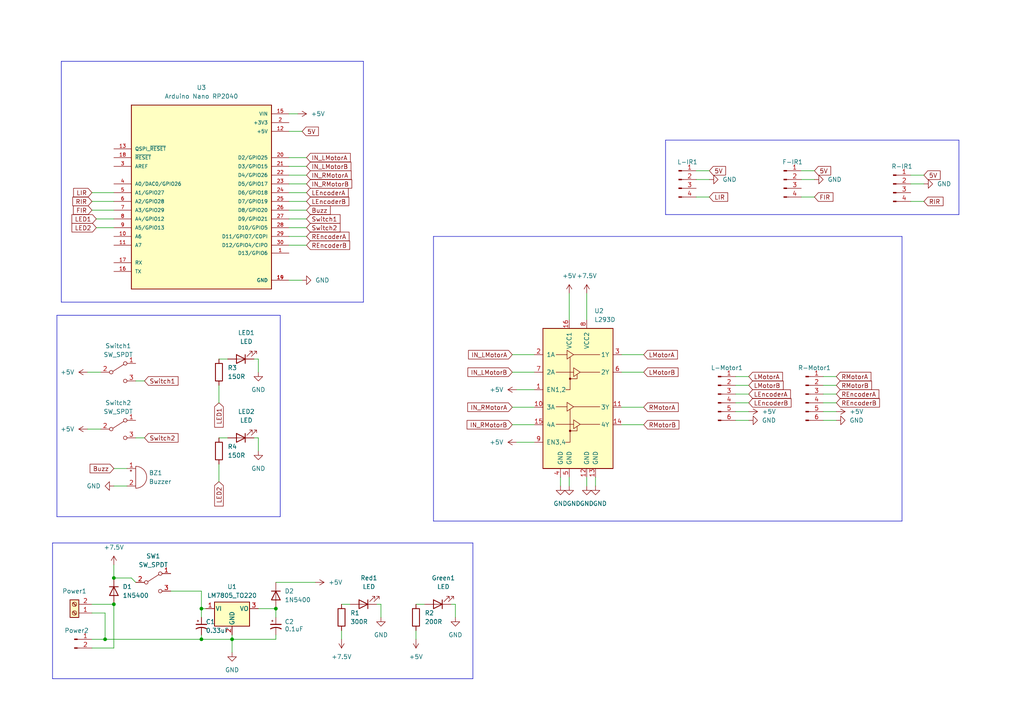
<source format=kicad_sch>
(kicad_sch (version 20230121) (generator eeschema)

  (uuid c7c908e9-010f-4e00-b567-42f538965a90)

  (paper "A4")

  (lib_symbols
    (symbol "ABX00053:ABX00053" (pin_names (offset 1.016)) (in_bom yes) (on_board yes)
      (property "Reference" "U" (at -20.32 26.289 0)
        (effects (font (size 1.27 1.27)) (justify left bottom))
      )
      (property "Value" "ABX00053" (at -20.32 -30.48 0)
        (effects (font (size 1.27 1.27)) (justify left bottom))
      )
      (property "Footprint" "ABX00053:MODULE_ABX00053" (at 0 0 0)
        (effects (font (size 1.27 1.27)) (justify bottom) hide)
      )
      (property "Datasheet" "" (at 0 0 0)
        (effects (font (size 1.27 1.27)) hide)
      )
      (property "MF" "Arduino" (at 0 0 0)
        (effects (font (size 1.27 1.27)) (justify bottom) hide)
      )
      (property "Purchase-URL" "https://www.snapeda.com/api/url_track_click_mouser/?unipart_id=7022144&manufacturer=Arduino&part_name=ABX00053&search_term=arduino nano rp2040" (at 0 0 0)
        (effects (font (size 1.27 1.27)) (justify bottom) hide)
      )
      (property "Package" "None" (at 0 0 0)
        (effects (font (size 1.27 1.27)) (justify bottom) hide)
      )
      (property "Check_prices" "https://www.snapeda.com/parts/ABX00053/Arduino/view-part/?ref=eda" (at 0 0 0)
        (effects (font (size 1.27 1.27)) (justify bottom) hide)
      )
      (property "STANDARD" "Manufacturer Recommendations" (at 0 0 0)
        (effects (font (size 1.27 1.27)) (justify bottom) hide)
      )
      (property "PARTREV" "Rev. 01 - 14/05/2021" (at 0 0 0)
        (effects (font (size 1.27 1.27)) (justify bottom) hide)
      )
      (property "SnapEDA_Link" "https://www.snapeda.com/parts/ABX00053/Arduino/view-part/?ref=snap" (at 0 0 0)
        (effects (font (size 1.27 1.27)) (justify bottom) hide)
      )
      (property "MP" "ABX00053" (at 0 0 0)
        (effects (font (size 1.27 1.27)) (justify bottom) hide)
      )
      (property "Description" "\nNINA-W102, RP2040 Arduino Nano RP2040 Connect with Headers series ARM® Cortex®-M0+ MCU 32-Bit Embedded Evaluation Board\n" (at 0 0 0)
        (effects (font (size 1.27 1.27)) (justify bottom) hide)
      )
      (property "RS_Components_2221486_Purchase_URL" "https://www.snapeda.com/api/url_track_click/https%253A//uk.rs-online.com/web/p/arduino/2221486//%253Fcm_mmc%253Daff-_-uk-_-snapeda-_-2221486/?unipart_id=7022144&manufacturer=Arduino&part_name=ABX00053&search_term=arduino nano rp2040" (at 0 0 0)
        (effects (font (size 1.27 1.27)) (justify bottom) hide)
      )
      (property "MANUFACTURER" "Arduino" (at 0 0 0)
        (effects (font (size 1.27 1.27)) (justify bottom) hide)
      )
      (symbol "ABX00053_0_0"
        (rectangle (start -20.32 -27.94) (end 20.32 25.4)
          (stroke (width 0.254) (type default))
          (fill (type background))
        )
        (pin bidirectional line (at 25.4 -17.526 180) (length 5.08)
          (name "D13/GPIO6" (effects (font (size 1.016 1.016))))
          (number "1" (effects (font (size 1.016 1.016))))
        )
        (pin bidirectional line (at -25.4 -12.7 0) (length 5.08)
          (name "A6" (effects (font (size 1.016 1.016))))
          (number "10" (effects (font (size 1.016 1.016))))
        )
        (pin bidirectional line (at -25.4 -15.24 0) (length 5.08)
          (name "A7" (effects (font (size 1.016 1.016))))
          (number "11" (effects (font (size 1.016 1.016))))
        )
        (pin power_in line (at 25.4 17.78 180) (length 5.08)
          (name "+5V" (effects (font (size 1.016 1.016))))
          (number "12" (effects (font (size 1.016 1.016))))
        )
        (pin input line (at -25.4 12.7 0) (length 5.08)
          (name "QSPI_~{RESET}" (effects (font (size 1.016 1.016))))
          (number "13" (effects (font (size 1.016 1.016))))
        )
        (pin power_in line (at 25.4 -25.4 180) (length 5.08)
          (name "GND" (effects (font (size 1.016 1.016))))
          (number "14" (effects (font (size 1.016 1.016))))
        )
        (pin power_in line (at 25.4 22.86 180) (length 5.08)
          (name "VIN" (effects (font (size 1.016 1.016))))
          (number "15" (effects (font (size 1.016 1.016))))
        )
        (pin bidirectional line (at -25.4 -22.86 0) (length 5.08)
          (name "TX" (effects (font (size 1.016 1.016))))
          (number "16" (effects (font (size 1.016 1.016))))
        )
        (pin bidirectional line (at -25.4 -20.32 0) (length 5.08)
          (name "RX" (effects (font (size 1.016 1.016))))
          (number "17" (effects (font (size 1.016 1.016))))
        )
        (pin input line (at -25.4 10.16 0) (length 5.08)
          (name "~{RESET}" (effects (font (size 1.016 1.016))))
          (number "18" (effects (font (size 1.016 1.016))))
        )
        (pin power_in line (at 25.4 -25.4 180) (length 5.08)
          (name "GND" (effects (font (size 1.016 1.016))))
          (number "19" (effects (font (size 1.016 1.016))))
        )
        (pin power_in line (at 25.4 20.32 180) (length 5.08)
          (name "+3V3" (effects (font (size 1.016 1.016))))
          (number "2" (effects (font (size 1.016 1.016))))
        )
        (pin bidirectional line (at 25.4 10.16 180) (length 5.08)
          (name "D2/GPIO25" (effects (font (size 1.016 1.016))))
          (number "20" (effects (font (size 1.016 1.016))))
        )
        (pin bidirectional line (at 25.4 7.62 180) (length 5.08)
          (name "D3/GPIO15" (effects (font (size 1.016 1.016))))
          (number "21" (effects (font (size 1.016 1.016))))
        )
        (pin bidirectional line (at 25.4 5.08 180) (length 5.08)
          (name "D4/GPIO26" (effects (font (size 1.016 1.016))))
          (number "22" (effects (font (size 1.016 1.016))))
        )
        (pin bidirectional line (at 25.4 2.54 180) (length 5.08)
          (name "D5/GPIO17" (effects (font (size 1.016 1.016))))
          (number "23" (effects (font (size 1.016 1.016))))
        )
        (pin bidirectional line (at 25.4 0 180) (length 5.08)
          (name "D6/GPIO18" (effects (font (size 1.016 1.016))))
          (number "24" (effects (font (size 1.016 1.016))))
        )
        (pin bidirectional line (at 25.4 -2.54 180) (length 5.08)
          (name "D7/GPIO19" (effects (font (size 1.016 1.016))))
          (number "25" (effects (font (size 1.016 1.016))))
        )
        (pin bidirectional line (at 25.4 -5.08 180) (length 5.08)
          (name "D8/GPIO20" (effects (font (size 1.016 1.016))))
          (number "26" (effects (font (size 1.016 1.016))))
        )
        (pin bidirectional line (at 25.4 -7.62 180) (length 5.08)
          (name "D9/GPIO21" (effects (font (size 1.016 1.016))))
          (number "27" (effects (font (size 1.016 1.016))))
        )
        (pin bidirectional line (at 25.4 -10.16 180) (length 5.08)
          (name "D10/GPIO5" (effects (font (size 1.016 1.016))))
          (number "28" (effects (font (size 1.016 1.016))))
        )
        (pin bidirectional line (at 25.4 -12.7 180) (length 5.08)
          (name "D11/GPIO7/COPI" (effects (font (size 1.016 1.016))))
          (number "29" (effects (font (size 1.016 1.016))))
        )
        (pin bidirectional line (at -25.4 7.62 0) (length 5.08)
          (name "AREF" (effects (font (size 1.016 1.016))))
          (number "3" (effects (font (size 1.016 1.016))))
        )
        (pin bidirectional line (at 25.4 -15.24 180) (length 5.08)
          (name "D12/GPIO4/CIPO" (effects (font (size 1.016 1.016))))
          (number "30" (effects (font (size 1.016 1.016))))
        )
        (pin bidirectional line (at -25.4 2.54 0) (length 5.08)
          (name "A0/DAC0/GPIO26" (effects (font (size 1.016 1.016))))
          (number "4" (effects (font (size 1.016 1.016))))
        )
        (pin bidirectional line (at -25.4 0 0) (length 5.08)
          (name "A1/GPIO27" (effects (font (size 1.016 1.016))))
          (number "5" (effects (font (size 1.016 1.016))))
        )
        (pin bidirectional line (at -25.4 -2.54 0) (length 5.08)
          (name "A2/GPIO28" (effects (font (size 1.016 1.016))))
          (number "6" (effects (font (size 1.016 1.016))))
        )
        (pin bidirectional line (at -25.4 -5.08 0) (length 5.08)
          (name "A3/GPIO29" (effects (font (size 1.016 1.016))))
          (number "7" (effects (font (size 1.016 1.016))))
        )
        (pin bidirectional line (at -25.4 -7.62 0) (length 5.08)
          (name "A4/GPIO12" (effects (font (size 1.016 1.016))))
          (number "8" (effects (font (size 1.016 1.016))))
        )
        (pin bidirectional line (at -25.4 -10.16 0) (length 5.08)
          (name "A5/GPIO13" (effects (font (size 1.016 1.016))))
          (number "9" (effects (font (size 1.016 1.016))))
        )
      )
    )
    (symbol "Connector:Conn_01x02_Pin" (pin_names (offset 1.016) hide) (in_bom yes) (on_board yes)
      (property "Reference" "J" (at 0 2.54 0)
        (effects (font (size 1.27 1.27)))
      )
      (property "Value" "Conn_01x02_Pin" (at 0 -5.08 0)
        (effects (font (size 1.27 1.27)))
      )
      (property "Footprint" "" (at 0 0 0)
        (effects (font (size 1.27 1.27)) hide)
      )
      (property "Datasheet" "~" (at 0 0 0)
        (effects (font (size 1.27 1.27)) hide)
      )
      (property "ki_locked" "" (at 0 0 0)
        (effects (font (size 1.27 1.27)))
      )
      (property "ki_keywords" "connector" (at 0 0 0)
        (effects (font (size 1.27 1.27)) hide)
      )
      (property "ki_description" "Generic connector, single row, 01x02, script generated" (at 0 0 0)
        (effects (font (size 1.27 1.27)) hide)
      )
      (property "ki_fp_filters" "Connector*:*_1x??_*" (at 0 0 0)
        (effects (font (size 1.27 1.27)) hide)
      )
      (symbol "Conn_01x02_Pin_1_1"
        (polyline
          (pts
            (xy 1.27 -2.54)
            (xy 0.8636 -2.54)
          )
          (stroke (width 0.1524) (type default))
          (fill (type none))
        )
        (polyline
          (pts
            (xy 1.27 0)
            (xy 0.8636 0)
          )
          (stroke (width 0.1524) (type default))
          (fill (type none))
        )
        (rectangle (start 0.8636 -2.413) (end 0 -2.667)
          (stroke (width 0.1524) (type default))
          (fill (type outline))
        )
        (rectangle (start 0.8636 0.127) (end 0 -0.127)
          (stroke (width 0.1524) (type default))
          (fill (type outline))
        )
        (pin passive line (at 5.08 0 180) (length 3.81)
          (name "Pin_1" (effects (font (size 1.27 1.27))))
          (number "1" (effects (font (size 1.27 1.27))))
        )
        (pin passive line (at 5.08 -2.54 180) (length 3.81)
          (name "Pin_2" (effects (font (size 1.27 1.27))))
          (number "2" (effects (font (size 1.27 1.27))))
        )
      )
    )
    (symbol "Connector:Conn_01x04_Pin" (pin_names (offset 1.016) hide) (in_bom yes) (on_board yes)
      (property "Reference" "J" (at 0 5.08 0)
        (effects (font (size 1.27 1.27)))
      )
      (property "Value" "Conn_01x04_Pin" (at 0 -7.62 0)
        (effects (font (size 1.27 1.27)))
      )
      (property "Footprint" "" (at 0 0 0)
        (effects (font (size 1.27 1.27)) hide)
      )
      (property "Datasheet" "~" (at 0 0 0)
        (effects (font (size 1.27 1.27)) hide)
      )
      (property "ki_locked" "" (at 0 0 0)
        (effects (font (size 1.27 1.27)))
      )
      (property "ki_keywords" "connector" (at 0 0 0)
        (effects (font (size 1.27 1.27)) hide)
      )
      (property "ki_description" "Generic connector, single row, 01x04, script generated" (at 0 0 0)
        (effects (font (size 1.27 1.27)) hide)
      )
      (property "ki_fp_filters" "Connector*:*_1x??_*" (at 0 0 0)
        (effects (font (size 1.27 1.27)) hide)
      )
      (symbol "Conn_01x04_Pin_1_1"
        (polyline
          (pts
            (xy 1.27 -5.08)
            (xy 0.8636 -5.08)
          )
          (stroke (width 0.1524) (type default))
          (fill (type none))
        )
        (polyline
          (pts
            (xy 1.27 -2.54)
            (xy 0.8636 -2.54)
          )
          (stroke (width 0.1524) (type default))
          (fill (type none))
        )
        (polyline
          (pts
            (xy 1.27 0)
            (xy 0.8636 0)
          )
          (stroke (width 0.1524) (type default))
          (fill (type none))
        )
        (polyline
          (pts
            (xy 1.27 2.54)
            (xy 0.8636 2.54)
          )
          (stroke (width 0.1524) (type default))
          (fill (type none))
        )
        (rectangle (start 0.8636 -4.953) (end 0 -5.207)
          (stroke (width 0.1524) (type default))
          (fill (type outline))
        )
        (rectangle (start 0.8636 -2.413) (end 0 -2.667)
          (stroke (width 0.1524) (type default))
          (fill (type outline))
        )
        (rectangle (start 0.8636 0.127) (end 0 -0.127)
          (stroke (width 0.1524) (type default))
          (fill (type outline))
        )
        (rectangle (start 0.8636 2.667) (end 0 2.413)
          (stroke (width 0.1524) (type default))
          (fill (type outline))
        )
        (pin passive line (at 5.08 2.54 180) (length 3.81)
          (name "Pin_1" (effects (font (size 1.27 1.27))))
          (number "1" (effects (font (size 1.27 1.27))))
        )
        (pin passive line (at 5.08 0 180) (length 3.81)
          (name "Pin_2" (effects (font (size 1.27 1.27))))
          (number "2" (effects (font (size 1.27 1.27))))
        )
        (pin passive line (at 5.08 -2.54 180) (length 3.81)
          (name "Pin_3" (effects (font (size 1.27 1.27))))
          (number "3" (effects (font (size 1.27 1.27))))
        )
        (pin passive line (at 5.08 -5.08 180) (length 3.81)
          (name "Pin_4" (effects (font (size 1.27 1.27))))
          (number "4" (effects (font (size 1.27 1.27))))
        )
      )
    )
    (symbol "Connector:Conn_01x06_Pin" (pin_names (offset 1.016) hide) (in_bom yes) (on_board yes)
      (property "Reference" "J" (at 0 7.62 0)
        (effects (font (size 1.27 1.27)))
      )
      (property "Value" "Conn_01x06_Pin" (at 0 -10.16 0)
        (effects (font (size 1.27 1.27)))
      )
      (property "Footprint" "" (at 0 0 0)
        (effects (font (size 1.27 1.27)) hide)
      )
      (property "Datasheet" "~" (at 0 0 0)
        (effects (font (size 1.27 1.27)) hide)
      )
      (property "ki_locked" "" (at 0 0 0)
        (effects (font (size 1.27 1.27)))
      )
      (property "ki_keywords" "connector" (at 0 0 0)
        (effects (font (size 1.27 1.27)) hide)
      )
      (property "ki_description" "Generic connector, single row, 01x06, script generated" (at 0 0 0)
        (effects (font (size 1.27 1.27)) hide)
      )
      (property "ki_fp_filters" "Connector*:*_1x??_*" (at 0 0 0)
        (effects (font (size 1.27 1.27)) hide)
      )
      (symbol "Conn_01x06_Pin_1_1"
        (polyline
          (pts
            (xy 1.27 -7.62)
            (xy 0.8636 -7.62)
          )
          (stroke (width 0.1524) (type default))
          (fill (type none))
        )
        (polyline
          (pts
            (xy 1.27 -5.08)
            (xy 0.8636 -5.08)
          )
          (stroke (width 0.1524) (type default))
          (fill (type none))
        )
        (polyline
          (pts
            (xy 1.27 -2.54)
            (xy 0.8636 -2.54)
          )
          (stroke (width 0.1524) (type default))
          (fill (type none))
        )
        (polyline
          (pts
            (xy 1.27 0)
            (xy 0.8636 0)
          )
          (stroke (width 0.1524) (type default))
          (fill (type none))
        )
        (polyline
          (pts
            (xy 1.27 2.54)
            (xy 0.8636 2.54)
          )
          (stroke (width 0.1524) (type default))
          (fill (type none))
        )
        (polyline
          (pts
            (xy 1.27 5.08)
            (xy 0.8636 5.08)
          )
          (stroke (width 0.1524) (type default))
          (fill (type none))
        )
        (rectangle (start 0.8636 -7.493) (end 0 -7.747)
          (stroke (width 0.1524) (type default))
          (fill (type outline))
        )
        (rectangle (start 0.8636 -4.953) (end 0 -5.207)
          (stroke (width 0.1524) (type default))
          (fill (type outline))
        )
        (rectangle (start 0.8636 -2.413) (end 0 -2.667)
          (stroke (width 0.1524) (type default))
          (fill (type outline))
        )
        (rectangle (start 0.8636 0.127) (end 0 -0.127)
          (stroke (width 0.1524) (type default))
          (fill (type outline))
        )
        (rectangle (start 0.8636 2.667) (end 0 2.413)
          (stroke (width 0.1524) (type default))
          (fill (type outline))
        )
        (rectangle (start 0.8636 5.207) (end 0 4.953)
          (stroke (width 0.1524) (type default))
          (fill (type outline))
        )
        (pin passive line (at 5.08 5.08 180) (length 3.81)
          (name "Pin_1" (effects (font (size 1.27 1.27))))
          (number "1" (effects (font (size 1.27 1.27))))
        )
        (pin passive line (at 5.08 2.54 180) (length 3.81)
          (name "Pin_2" (effects (font (size 1.27 1.27))))
          (number "2" (effects (font (size 1.27 1.27))))
        )
        (pin passive line (at 5.08 0 180) (length 3.81)
          (name "Pin_3" (effects (font (size 1.27 1.27))))
          (number "3" (effects (font (size 1.27 1.27))))
        )
        (pin passive line (at 5.08 -2.54 180) (length 3.81)
          (name "Pin_4" (effects (font (size 1.27 1.27))))
          (number "4" (effects (font (size 1.27 1.27))))
        )
        (pin passive line (at 5.08 -5.08 180) (length 3.81)
          (name "Pin_5" (effects (font (size 1.27 1.27))))
          (number "5" (effects (font (size 1.27 1.27))))
        )
        (pin passive line (at 5.08 -7.62 180) (length 3.81)
          (name "Pin_6" (effects (font (size 1.27 1.27))))
          (number "6" (effects (font (size 1.27 1.27))))
        )
      )
    )
    (symbol "Connector:Screw_Terminal_01x02" (pin_names (offset 1.016) hide) (in_bom yes) (on_board yes)
      (property "Reference" "J" (at 0 2.54 0)
        (effects (font (size 1.27 1.27)))
      )
      (property "Value" "Screw_Terminal_01x02" (at 0 -5.08 0)
        (effects (font (size 1.27 1.27)))
      )
      (property "Footprint" "" (at 0 0 0)
        (effects (font (size 1.27 1.27)) hide)
      )
      (property "Datasheet" "~" (at 0 0 0)
        (effects (font (size 1.27 1.27)) hide)
      )
      (property "ki_keywords" "screw terminal" (at 0 0 0)
        (effects (font (size 1.27 1.27)) hide)
      )
      (property "ki_description" "Generic screw terminal, single row, 01x02, script generated (kicad-library-utils/schlib/autogen/connector/)" (at 0 0 0)
        (effects (font (size 1.27 1.27)) hide)
      )
      (property "ki_fp_filters" "TerminalBlock*:*" (at 0 0 0)
        (effects (font (size 1.27 1.27)) hide)
      )
      (symbol "Screw_Terminal_01x02_1_1"
        (rectangle (start -1.27 1.27) (end 1.27 -3.81)
          (stroke (width 0.254) (type default))
          (fill (type background))
        )
        (circle (center 0 -2.54) (radius 0.635)
          (stroke (width 0.1524) (type default))
          (fill (type none))
        )
        (polyline
          (pts
            (xy -0.5334 -2.2098)
            (xy 0.3302 -3.048)
          )
          (stroke (width 0.1524) (type default))
          (fill (type none))
        )
        (polyline
          (pts
            (xy -0.5334 0.3302)
            (xy 0.3302 -0.508)
          )
          (stroke (width 0.1524) (type default))
          (fill (type none))
        )
        (polyline
          (pts
            (xy -0.3556 -2.032)
            (xy 0.508 -2.8702)
          )
          (stroke (width 0.1524) (type default))
          (fill (type none))
        )
        (polyline
          (pts
            (xy -0.3556 0.508)
            (xy 0.508 -0.3302)
          )
          (stroke (width 0.1524) (type default))
          (fill (type none))
        )
        (circle (center 0 0) (radius 0.635)
          (stroke (width 0.1524) (type default))
          (fill (type none))
        )
        (pin passive line (at -5.08 0 0) (length 3.81)
          (name "Pin_1" (effects (font (size 1.27 1.27))))
          (number "1" (effects (font (size 1.27 1.27))))
        )
        (pin passive line (at -5.08 -2.54 0) (length 3.81)
          (name "Pin_2" (effects (font (size 1.27 1.27))))
          (number "2" (effects (font (size 1.27 1.27))))
        )
      )
    )
    (symbol "Device:Buzzer" (pin_names (offset 0.0254) hide) (in_bom yes) (on_board yes)
      (property "Reference" "BZ" (at 3.81 1.27 0)
        (effects (font (size 1.27 1.27)) (justify left))
      )
      (property "Value" "Buzzer" (at 3.81 -1.27 0)
        (effects (font (size 1.27 1.27)) (justify left))
      )
      (property "Footprint" "" (at -0.635 2.54 90)
        (effects (font (size 1.27 1.27)) hide)
      )
      (property "Datasheet" "~" (at -0.635 2.54 90)
        (effects (font (size 1.27 1.27)) hide)
      )
      (property "ki_keywords" "quartz resonator ceramic" (at 0 0 0)
        (effects (font (size 1.27 1.27)) hide)
      )
      (property "ki_description" "Buzzer, polarized" (at 0 0 0)
        (effects (font (size 1.27 1.27)) hide)
      )
      (property "ki_fp_filters" "*Buzzer*" (at 0 0 0)
        (effects (font (size 1.27 1.27)) hide)
      )
      (symbol "Buzzer_0_1"
        (arc (start 0 -3.175) (mid 3.1612 0) (end 0 3.175)
          (stroke (width 0) (type default))
          (fill (type none))
        )
        (polyline
          (pts
            (xy -1.651 1.905)
            (xy -1.143 1.905)
          )
          (stroke (width 0) (type default))
          (fill (type none))
        )
        (polyline
          (pts
            (xy -1.397 2.159)
            (xy -1.397 1.651)
          )
          (stroke (width 0) (type default))
          (fill (type none))
        )
        (polyline
          (pts
            (xy 0 3.175)
            (xy 0 -3.175)
          )
          (stroke (width 0) (type default))
          (fill (type none))
        )
      )
      (symbol "Buzzer_1_1"
        (pin passive line (at -2.54 2.54 0) (length 2.54)
          (name "-" (effects (font (size 1.27 1.27))))
          (number "1" (effects (font (size 1.27 1.27))))
        )
        (pin passive line (at -2.54 -2.54 0) (length 2.54)
          (name "+" (effects (font (size 1.27 1.27))))
          (number "2" (effects (font (size 1.27 1.27))))
        )
      )
    )
    (symbol "Device:C_Polarized_Small_US" (pin_numbers hide) (pin_names (offset 0.254) hide) (in_bom yes) (on_board yes)
      (property "Reference" "C" (at 0.254 1.778 0)
        (effects (font (size 1.27 1.27)) (justify left))
      )
      (property "Value" "C_Polarized_Small_US" (at 0.254 -2.032 0)
        (effects (font (size 1.27 1.27)) (justify left))
      )
      (property "Footprint" "" (at 0 0 0)
        (effects (font (size 1.27 1.27)) hide)
      )
      (property "Datasheet" "~" (at 0 0 0)
        (effects (font (size 1.27 1.27)) hide)
      )
      (property "ki_keywords" "cap capacitor" (at 0 0 0)
        (effects (font (size 1.27 1.27)) hide)
      )
      (property "ki_description" "Polarized capacitor, small US symbol" (at 0 0 0)
        (effects (font (size 1.27 1.27)) hide)
      )
      (property "ki_fp_filters" "CP_*" (at 0 0 0)
        (effects (font (size 1.27 1.27)) hide)
      )
      (symbol "C_Polarized_Small_US_0_1"
        (polyline
          (pts
            (xy -1.524 0.508)
            (xy 1.524 0.508)
          )
          (stroke (width 0.3048) (type default))
          (fill (type none))
        )
        (polyline
          (pts
            (xy -1.27 1.524)
            (xy -0.762 1.524)
          )
          (stroke (width 0) (type default))
          (fill (type none))
        )
        (polyline
          (pts
            (xy -1.016 1.27)
            (xy -1.016 1.778)
          )
          (stroke (width 0) (type default))
          (fill (type none))
        )
        (arc (start 1.524 -0.762) (mid 0 -0.3734) (end -1.524 -0.762)
          (stroke (width 0.3048) (type default))
          (fill (type none))
        )
      )
      (symbol "C_Polarized_Small_US_1_1"
        (pin passive line (at 0 2.54 270) (length 2.032)
          (name "~" (effects (font (size 1.27 1.27))))
          (number "1" (effects (font (size 1.27 1.27))))
        )
        (pin passive line (at 0 -2.54 90) (length 2.032)
          (name "~" (effects (font (size 1.27 1.27))))
          (number "2" (effects (font (size 1.27 1.27))))
        )
      )
    )
    (symbol "Device:LED" (pin_numbers hide) (pin_names (offset 1.016) hide) (in_bom yes) (on_board yes)
      (property "Reference" "D" (at 0 2.54 0)
        (effects (font (size 1.27 1.27)))
      )
      (property "Value" "LED" (at 0 -2.54 0)
        (effects (font (size 1.27 1.27)))
      )
      (property "Footprint" "" (at 0 0 0)
        (effects (font (size 1.27 1.27)) hide)
      )
      (property "Datasheet" "~" (at 0 0 0)
        (effects (font (size 1.27 1.27)) hide)
      )
      (property "ki_keywords" "LED diode" (at 0 0 0)
        (effects (font (size 1.27 1.27)) hide)
      )
      (property "ki_description" "Light emitting diode" (at 0 0 0)
        (effects (font (size 1.27 1.27)) hide)
      )
      (property "ki_fp_filters" "LED* LED_SMD:* LED_THT:*" (at 0 0 0)
        (effects (font (size 1.27 1.27)) hide)
      )
      (symbol "LED_0_1"
        (polyline
          (pts
            (xy -1.27 -1.27)
            (xy -1.27 1.27)
          )
          (stroke (width 0.254) (type default))
          (fill (type none))
        )
        (polyline
          (pts
            (xy -1.27 0)
            (xy 1.27 0)
          )
          (stroke (width 0) (type default))
          (fill (type none))
        )
        (polyline
          (pts
            (xy 1.27 -1.27)
            (xy 1.27 1.27)
            (xy -1.27 0)
            (xy 1.27 -1.27)
          )
          (stroke (width 0.254) (type default))
          (fill (type none))
        )
        (polyline
          (pts
            (xy -3.048 -0.762)
            (xy -4.572 -2.286)
            (xy -3.81 -2.286)
            (xy -4.572 -2.286)
            (xy -4.572 -1.524)
          )
          (stroke (width 0) (type default))
          (fill (type none))
        )
        (polyline
          (pts
            (xy -1.778 -0.762)
            (xy -3.302 -2.286)
            (xy -2.54 -2.286)
            (xy -3.302 -2.286)
            (xy -3.302 -1.524)
          )
          (stroke (width 0) (type default))
          (fill (type none))
        )
      )
      (symbol "LED_1_1"
        (pin passive line (at -3.81 0 0) (length 2.54)
          (name "K" (effects (font (size 1.27 1.27))))
          (number "1" (effects (font (size 1.27 1.27))))
        )
        (pin passive line (at 3.81 0 180) (length 2.54)
          (name "A" (effects (font (size 1.27 1.27))))
          (number "2" (effects (font (size 1.27 1.27))))
        )
      )
    )
    (symbol "Device:R" (pin_numbers hide) (pin_names (offset 0)) (in_bom yes) (on_board yes)
      (property "Reference" "R" (at 2.032 0 90)
        (effects (font (size 1.27 1.27)))
      )
      (property "Value" "R" (at 0 0 90)
        (effects (font (size 1.27 1.27)))
      )
      (property "Footprint" "" (at -1.778 0 90)
        (effects (font (size 1.27 1.27)) hide)
      )
      (property "Datasheet" "~" (at 0 0 0)
        (effects (font (size 1.27 1.27)) hide)
      )
      (property "ki_keywords" "R res resistor" (at 0 0 0)
        (effects (font (size 1.27 1.27)) hide)
      )
      (property "ki_description" "Resistor" (at 0 0 0)
        (effects (font (size 1.27 1.27)) hide)
      )
      (property "ki_fp_filters" "R_*" (at 0 0 0)
        (effects (font (size 1.27 1.27)) hide)
      )
      (symbol "R_0_1"
        (rectangle (start -1.016 -2.54) (end 1.016 2.54)
          (stroke (width 0.254) (type default))
          (fill (type none))
        )
      )
      (symbol "R_1_1"
        (pin passive line (at 0 3.81 270) (length 1.27)
          (name "~" (effects (font (size 1.27 1.27))))
          (number "1" (effects (font (size 1.27 1.27))))
        )
        (pin passive line (at 0 -3.81 90) (length 1.27)
          (name "~" (effects (font (size 1.27 1.27))))
          (number "2" (effects (font (size 1.27 1.27))))
        )
      )
    )
    (symbol "Diode:1N5400" (pin_numbers hide) (pin_names hide) (in_bom yes) (on_board yes)
      (property "Reference" "D" (at 0 2.54 0)
        (effects (font (size 1.27 1.27)))
      )
      (property "Value" "1N5400" (at 0 -2.54 0)
        (effects (font (size 1.27 1.27)))
      )
      (property "Footprint" "Diode_THT:D_DO-201AD_P15.24mm_Horizontal" (at 0 -4.445 0)
        (effects (font (size 1.27 1.27)) hide)
      )
      (property "Datasheet" "http://www.vishay.com/docs/88516/1n5400.pdf" (at 0 0 0)
        (effects (font (size 1.27 1.27)) hide)
      )
      (property "Sim.Device" "D" (at 0 0 0)
        (effects (font (size 1.27 1.27)) hide)
      )
      (property "Sim.Pins" "1=K 2=A" (at 0 0 0)
        (effects (font (size 1.27 1.27)) hide)
      )
      (property "ki_keywords" "diode" (at 0 0 0)
        (effects (font (size 1.27 1.27)) hide)
      )
      (property "ki_description" "50V 3A General Purpose Rectifier Diode, DO-201AD" (at 0 0 0)
        (effects (font (size 1.27 1.27)) hide)
      )
      (property "ki_fp_filters" "D*DO?201AD*" (at 0 0 0)
        (effects (font (size 1.27 1.27)) hide)
      )
      (symbol "1N5400_0_1"
        (polyline
          (pts
            (xy -1.27 1.27)
            (xy -1.27 -1.27)
          )
          (stroke (width 0.254) (type default))
          (fill (type none))
        )
        (polyline
          (pts
            (xy 1.27 0)
            (xy -1.27 0)
          )
          (stroke (width 0) (type default))
          (fill (type none))
        )
        (polyline
          (pts
            (xy 1.27 1.27)
            (xy 1.27 -1.27)
            (xy -1.27 0)
            (xy 1.27 1.27)
          )
          (stroke (width 0.254) (type default))
          (fill (type none))
        )
      )
      (symbol "1N5400_1_1"
        (pin passive line (at -3.81 0 0) (length 2.54)
          (name "K" (effects (font (size 1.27 1.27))))
          (number "1" (effects (font (size 1.27 1.27))))
        )
        (pin passive line (at 3.81 0 180) (length 2.54)
          (name "A" (effects (font (size 1.27 1.27))))
          (number "2" (effects (font (size 1.27 1.27))))
        )
      )
    )
    (symbol "Driver_Motor:L293D" (pin_names (offset 1.016)) (in_bom yes) (on_board yes)
      (property "Reference" "U" (at -5.08 26.035 0)
        (effects (font (size 1.27 1.27)) (justify right))
      )
      (property "Value" "L293D" (at -5.08 24.13 0)
        (effects (font (size 1.27 1.27)) (justify right))
      )
      (property "Footprint" "Package_DIP:DIP-16_W7.62mm" (at 6.35 -19.05 0)
        (effects (font (size 1.27 1.27)) (justify left) hide)
      )
      (property "Datasheet" "http://www.ti.com/lit/ds/symlink/l293.pdf" (at -7.62 17.78 0)
        (effects (font (size 1.27 1.27)) hide)
      )
      (property "ki_keywords" "Half-H Driver Motor" (at 0 0 0)
        (effects (font (size 1.27 1.27)) hide)
      )
      (property "ki_description" "Quadruple Half-H Drivers" (at 0 0 0)
        (effects (font (size 1.27 1.27)) hide)
      )
      (property "ki_fp_filters" "DIP*W7.62mm*" (at 0 0 0)
        (effects (font (size 1.27 1.27)) hide)
      )
      (symbol "L293D_0_1"
        (rectangle (start -10.16 22.86) (end 10.16 -17.78)
          (stroke (width 0.254) (type default))
          (fill (type background))
        )
        (circle (center -2.286 -6.858) (radius 0.254)
          (stroke (width 0) (type default))
          (fill (type outline))
        )
        (circle (center -2.286 8.255) (radius 0.254)
          (stroke (width 0) (type default))
          (fill (type outline))
        )
        (polyline
          (pts
            (xy -6.35 -4.953)
            (xy -1.27 -4.953)
          )
          (stroke (width 0) (type default))
          (fill (type none))
        )
        (polyline
          (pts
            (xy -6.35 0.127)
            (xy -3.175 0.127)
          )
          (stroke (width 0) (type default))
          (fill (type none))
        )
        (polyline
          (pts
            (xy -6.35 10.16)
            (xy -1.27 10.16)
          )
          (stroke (width 0) (type default))
          (fill (type none))
        )
        (polyline
          (pts
            (xy -6.35 15.24)
            (xy -3.175 15.24)
          )
          (stroke (width 0) (type default))
          (fill (type none))
        )
        (polyline
          (pts
            (xy -1.27 0.127)
            (xy 6.35 0.127)
          )
          (stroke (width 0) (type default))
          (fill (type none))
        )
        (polyline
          (pts
            (xy -1.27 15.24)
            (xy 6.35 15.24)
          )
          (stroke (width 0) (type default))
          (fill (type none))
        )
        (polyline
          (pts
            (xy 0.635 -4.953)
            (xy 6.35 -4.953)
          )
          (stroke (width 0) (type default))
          (fill (type none))
        )
        (polyline
          (pts
            (xy 0.635 10.16)
            (xy 6.35 10.16)
          )
          (stroke (width 0) (type default))
          (fill (type none))
        )
        (polyline
          (pts
            (xy -2.286 -6.858)
            (xy -0.254 -6.858)
            (xy -0.254 -5.588)
          )
          (stroke (width 0) (type default))
          (fill (type none))
        )
        (polyline
          (pts
            (xy -2.286 -0.635)
            (xy -2.286 -10.16)
            (xy -3.556 -10.16)
          )
          (stroke (width 0) (type default))
          (fill (type none))
        )
        (polyline
          (pts
            (xy -2.286 8.255)
            (xy -0.254 8.255)
            (xy -0.254 9.525)
          )
          (stroke (width 0) (type default))
          (fill (type none))
        )
        (polyline
          (pts
            (xy -2.286 14.478)
            (xy -2.286 5.08)
            (xy -3.556 5.08)
          )
          (stroke (width 0) (type default))
          (fill (type none))
        )
        (polyline
          (pts
            (xy -3.175 1.397)
            (xy -3.175 -1.143)
            (xy -1.27 0.127)
            (xy -3.175 1.397)
          )
          (stroke (width 0) (type default))
          (fill (type none))
        )
        (polyline
          (pts
            (xy -3.175 16.51)
            (xy -3.175 13.97)
            (xy -1.27 15.24)
            (xy -3.175 16.51)
          )
          (stroke (width 0) (type default))
          (fill (type none))
        )
        (polyline
          (pts
            (xy -1.27 -3.683)
            (xy -1.27 -6.223)
            (xy 0.635 -4.953)
            (xy -1.27 -3.683)
          )
          (stroke (width 0) (type default))
          (fill (type none))
        )
        (polyline
          (pts
            (xy -1.27 11.43)
            (xy -1.27 8.89)
            (xy 0.635 10.16)
            (xy -1.27 11.43)
          )
          (stroke (width 0) (type default))
          (fill (type none))
        )
      )
      (symbol "L293D_1_1"
        (pin input line (at -12.7 5.08 0) (length 2.54)
          (name "EN1,2" (effects (font (size 1.27 1.27))))
          (number "1" (effects (font (size 1.27 1.27))))
        )
        (pin input line (at -12.7 0 0) (length 2.54)
          (name "3A" (effects (font (size 1.27 1.27))))
          (number "10" (effects (font (size 1.27 1.27))))
        )
        (pin output line (at 12.7 0 180) (length 2.54)
          (name "3Y" (effects (font (size 1.27 1.27))))
          (number "11" (effects (font (size 1.27 1.27))))
        )
        (pin power_in line (at 2.54 -20.32 90) (length 2.54)
          (name "GND" (effects (font (size 1.27 1.27))))
          (number "12" (effects (font (size 1.27 1.27))))
        )
        (pin power_in line (at 5.08 -20.32 90) (length 2.54)
          (name "GND" (effects (font (size 1.27 1.27))))
          (number "13" (effects (font (size 1.27 1.27))))
        )
        (pin output line (at 12.7 -5.08 180) (length 2.54)
          (name "4Y" (effects (font (size 1.27 1.27))))
          (number "14" (effects (font (size 1.27 1.27))))
        )
        (pin input line (at -12.7 -5.08 0) (length 2.54)
          (name "4A" (effects (font (size 1.27 1.27))))
          (number "15" (effects (font (size 1.27 1.27))))
        )
        (pin power_in line (at -2.54 25.4 270) (length 2.54)
          (name "VCC1" (effects (font (size 1.27 1.27))))
          (number "16" (effects (font (size 1.27 1.27))))
        )
        (pin input line (at -12.7 15.24 0) (length 2.54)
          (name "1A" (effects (font (size 1.27 1.27))))
          (number "2" (effects (font (size 1.27 1.27))))
        )
        (pin output line (at 12.7 15.24 180) (length 2.54)
          (name "1Y" (effects (font (size 1.27 1.27))))
          (number "3" (effects (font (size 1.27 1.27))))
        )
        (pin power_in line (at -5.08 -20.32 90) (length 2.54)
          (name "GND" (effects (font (size 1.27 1.27))))
          (number "4" (effects (font (size 1.27 1.27))))
        )
        (pin power_in line (at -2.54 -20.32 90) (length 2.54)
          (name "GND" (effects (font (size 1.27 1.27))))
          (number "5" (effects (font (size 1.27 1.27))))
        )
        (pin output line (at 12.7 10.16 180) (length 2.54)
          (name "2Y" (effects (font (size 1.27 1.27))))
          (number "6" (effects (font (size 1.27 1.27))))
        )
        (pin input line (at -12.7 10.16 0) (length 2.54)
          (name "2A" (effects (font (size 1.27 1.27))))
          (number "7" (effects (font (size 1.27 1.27))))
        )
        (pin power_in line (at 2.54 25.4 270) (length 2.54)
          (name "VCC2" (effects (font (size 1.27 1.27))))
          (number "8" (effects (font (size 1.27 1.27))))
        )
        (pin input line (at -12.7 -10.16 0) (length 2.54)
          (name "EN3,4" (effects (font (size 1.27 1.27))))
          (number "9" (effects (font (size 1.27 1.27))))
        )
      )
    )
    (symbol "Regulator_Linear:LM7805_TO220" (pin_names (offset 0.254)) (in_bom yes) (on_board yes)
      (property "Reference" "U" (at -3.81 3.175 0)
        (effects (font (size 1.27 1.27)))
      )
      (property "Value" "LM7805_TO220" (at 0 3.175 0)
        (effects (font (size 1.27 1.27)) (justify left))
      )
      (property "Footprint" "Package_TO_SOT_THT:TO-220-3_Vertical" (at 0 5.715 0)
        (effects (font (size 1.27 1.27) italic) hide)
      )
      (property "Datasheet" "https://www.onsemi.cn/PowerSolutions/document/MC7800-D.PDF" (at 0 -1.27 0)
        (effects (font (size 1.27 1.27)) hide)
      )
      (property "ki_keywords" "Voltage Regulator 1A Positive" (at 0 0 0)
        (effects (font (size 1.27 1.27)) hide)
      )
      (property "ki_description" "Positive 1A 35V Linear Regulator, Fixed Output 5V, TO-220" (at 0 0 0)
        (effects (font (size 1.27 1.27)) hide)
      )
      (property "ki_fp_filters" "TO?220*" (at 0 0 0)
        (effects (font (size 1.27 1.27)) hide)
      )
      (symbol "LM7805_TO220_0_1"
        (rectangle (start -5.08 1.905) (end 5.08 -5.08)
          (stroke (width 0.254) (type default))
          (fill (type background))
        )
      )
      (symbol "LM7805_TO220_1_1"
        (pin power_in line (at -7.62 0 0) (length 2.54)
          (name "VI" (effects (font (size 1.27 1.27))))
          (number "1" (effects (font (size 1.27 1.27))))
        )
        (pin power_in line (at 0 -7.62 90) (length 2.54)
          (name "GND" (effects (font (size 1.27 1.27))))
          (number "2" (effects (font (size 1.27 1.27))))
        )
        (pin power_out line (at 7.62 0 180) (length 2.54)
          (name "VO" (effects (font (size 1.27 1.27))))
          (number "3" (effects (font (size 1.27 1.27))))
        )
      )
    )
    (symbol "Switch:SW_SPDT" (pin_names (offset 0) hide) (in_bom yes) (on_board yes)
      (property "Reference" "SW" (at 0 4.318 0)
        (effects (font (size 1.27 1.27)))
      )
      (property "Value" "SW_SPDT" (at 0 -5.08 0)
        (effects (font (size 1.27 1.27)))
      )
      (property "Footprint" "" (at 0 0 0)
        (effects (font (size 1.27 1.27)) hide)
      )
      (property "Datasheet" "~" (at 0 0 0)
        (effects (font (size 1.27 1.27)) hide)
      )
      (property "ki_keywords" "switch single-pole double-throw spdt ON-ON" (at 0 0 0)
        (effects (font (size 1.27 1.27)) hide)
      )
      (property "ki_description" "Switch, single pole double throw" (at 0 0 0)
        (effects (font (size 1.27 1.27)) hide)
      )
      (symbol "SW_SPDT_0_0"
        (circle (center -2.032 0) (radius 0.508)
          (stroke (width 0) (type default))
          (fill (type none))
        )
        (circle (center 2.032 -2.54) (radius 0.508)
          (stroke (width 0) (type default))
          (fill (type none))
        )
      )
      (symbol "SW_SPDT_0_1"
        (polyline
          (pts
            (xy -1.524 0.254)
            (xy 1.651 2.286)
          )
          (stroke (width 0) (type default))
          (fill (type none))
        )
        (circle (center 2.032 2.54) (radius 0.508)
          (stroke (width 0) (type default))
          (fill (type none))
        )
      )
      (symbol "SW_SPDT_1_1"
        (pin passive line (at 5.08 2.54 180) (length 2.54)
          (name "A" (effects (font (size 1.27 1.27))))
          (number "1" (effects (font (size 1.27 1.27))))
        )
        (pin passive line (at -5.08 0 0) (length 2.54)
          (name "B" (effects (font (size 1.27 1.27))))
          (number "2" (effects (font (size 1.27 1.27))))
        )
        (pin passive line (at 5.08 -2.54 180) (length 2.54)
          (name "C" (effects (font (size 1.27 1.27))))
          (number "3" (effects (font (size 1.27 1.27))))
        )
      )
    )
    (symbol "power:+5V" (power) (pin_names (offset 0)) (in_bom yes) (on_board yes)
      (property "Reference" "#PWR" (at 0 -3.81 0)
        (effects (font (size 1.27 1.27)) hide)
      )
      (property "Value" "+5V" (at 0 3.556 0)
        (effects (font (size 1.27 1.27)))
      )
      (property "Footprint" "" (at 0 0 0)
        (effects (font (size 1.27 1.27)) hide)
      )
      (property "Datasheet" "" (at 0 0 0)
        (effects (font (size 1.27 1.27)) hide)
      )
      (property "ki_keywords" "global power" (at 0 0 0)
        (effects (font (size 1.27 1.27)) hide)
      )
      (property "ki_description" "Power symbol creates a global label with name \"+5V\"" (at 0 0 0)
        (effects (font (size 1.27 1.27)) hide)
      )
      (symbol "+5V_0_1"
        (polyline
          (pts
            (xy -0.762 1.27)
            (xy 0 2.54)
          )
          (stroke (width 0) (type default))
          (fill (type none))
        )
        (polyline
          (pts
            (xy 0 0)
            (xy 0 2.54)
          )
          (stroke (width 0) (type default))
          (fill (type none))
        )
        (polyline
          (pts
            (xy 0 2.54)
            (xy 0.762 1.27)
          )
          (stroke (width 0) (type default))
          (fill (type none))
        )
      )
      (symbol "+5V_1_1"
        (pin power_in line (at 0 0 90) (length 0) hide
          (name "+5V" (effects (font (size 1.27 1.27))))
          (number "1" (effects (font (size 1.27 1.27))))
        )
      )
    )
    (symbol "power:+7.5V" (power) (pin_names (offset 0)) (in_bom yes) (on_board yes)
      (property "Reference" "#PWR" (at 0 -3.81 0)
        (effects (font (size 1.27 1.27)) hide)
      )
      (property "Value" "+7.5V" (at 0 3.556 0)
        (effects (font (size 1.27 1.27)))
      )
      (property "Footprint" "" (at 0 0 0)
        (effects (font (size 1.27 1.27)) hide)
      )
      (property "Datasheet" "" (at 0 0 0)
        (effects (font (size 1.27 1.27)) hide)
      )
      (property "ki_keywords" "global power" (at 0 0 0)
        (effects (font (size 1.27 1.27)) hide)
      )
      (property "ki_description" "Power symbol creates a global label with name \"+7.5V\"" (at 0 0 0)
        (effects (font (size 1.27 1.27)) hide)
      )
      (symbol "+7.5V_0_1"
        (polyline
          (pts
            (xy -0.762 1.27)
            (xy 0 2.54)
          )
          (stroke (width 0) (type default))
          (fill (type none))
        )
        (polyline
          (pts
            (xy 0 0)
            (xy 0 2.54)
          )
          (stroke (width 0) (type default))
          (fill (type none))
        )
        (polyline
          (pts
            (xy 0 2.54)
            (xy 0.762 1.27)
          )
          (stroke (width 0) (type default))
          (fill (type none))
        )
      )
      (symbol "+7.5V_1_1"
        (pin power_in line (at 0 0 90) (length 0) hide
          (name "+7.5V" (effects (font (size 1.27 1.27))))
          (number "1" (effects (font (size 1.27 1.27))))
        )
      )
    )
    (symbol "power:GND" (power) (pin_names (offset 0)) (in_bom yes) (on_board yes)
      (property "Reference" "#PWR" (at 0 -6.35 0)
        (effects (font (size 1.27 1.27)) hide)
      )
      (property "Value" "GND" (at 0 -3.81 0)
        (effects (font (size 1.27 1.27)))
      )
      (property "Footprint" "" (at 0 0 0)
        (effects (font (size 1.27 1.27)) hide)
      )
      (property "Datasheet" "" (at 0 0 0)
        (effects (font (size 1.27 1.27)) hide)
      )
      (property "ki_keywords" "global power" (at 0 0 0)
        (effects (font (size 1.27 1.27)) hide)
      )
      (property "ki_description" "Power symbol creates a global label with name \"GND\" , ground" (at 0 0 0)
        (effects (font (size 1.27 1.27)) hide)
      )
      (symbol "GND_0_1"
        (polyline
          (pts
            (xy 0 0)
            (xy 0 -1.27)
            (xy 1.27 -1.27)
            (xy 0 -2.54)
            (xy -1.27 -1.27)
            (xy 0 -1.27)
          )
          (stroke (width 0) (type default))
          (fill (type none))
        )
      )
      (symbol "GND_1_1"
        (pin power_in line (at 0 0 270) (length 0) hide
          (name "GND" (effects (font (size 1.27 1.27))))
          (number "1" (effects (font (size 1.27 1.27))))
        )
      )
    )
  )

  (junction (at 58.42 176.53) (diameter 0) (color 0 0 0 0)
    (uuid 0c1b916c-466e-431e-8d40-f225bda124a3)
  )
  (junction (at 33.02 167.64) (diameter 0) (color 0 0 0 0)
    (uuid 207bacac-27df-4f8e-b29d-3700cbf7967c)
  )
  (junction (at 67.31 185.42) (diameter 0) (color 0 0 0 0)
    (uuid 37fb1787-a21a-4edb-a8b9-aec012f97a9e)
  )
  (junction (at 80.01 176.53) (diameter 0) (color 0 0 0 0)
    (uuid 68858d60-4713-4e68-b58a-cde95e6f1291)
  )
  (junction (at 30.48 185.42) (diameter 0) (color 0 0 0 0)
    (uuid 6ee5c874-f2c7-4de8-aee4-c272b08c30be)
  )
  (junction (at 58.42 185.42) (diameter 0) (color 0 0 0 0)
    (uuid d8653392-149c-4d81-9f7a-cfb98fcd5df0)
  )
  (junction (at 33.02 175.26) (diameter 0) (color 0 0 0 0)
    (uuid e9c45fbb-b531-4b3a-a884-0b0bc44d9e03)
  )

  (wire (pts (xy 83.82 68.58) (xy 88.9 68.58))
    (stroke (width 0) (type default))
    (uuid 01debb7e-2518-4536-aaa7-71679eba5dbc)
  )
  (wire (pts (xy 26.67 177.8) (xy 30.48 177.8))
    (stroke (width 0) (type default))
    (uuid 046cd216-6386-4e01-ad35-ad31ceebe4ab)
  )
  (polyline (pts (xy 81.28 149.86) (xy 16.51 149.86))
    (stroke (width 0) (type default))
    (uuid 05b980e1-326b-4193-b8e1-a35c36858877)
  )

  (wire (pts (xy 27.94 63.5) (xy 33.02 63.5))
    (stroke (width 0) (type default))
    (uuid 0725e71b-42ba-4c89-aa39-f80a438c52ed)
  )
  (polyline (pts (xy 17.78 87.63) (xy 105.41 87.63))
    (stroke (width 0) (type default))
    (uuid 074566ba-7109-4ec9-b762-d4914296171c)
  )

  (wire (pts (xy 238.76 119.38) (xy 242.57 119.38))
    (stroke (width 0) (type default))
    (uuid 094999ae-93c8-429b-98a9-1273b2d22638)
  )
  (wire (pts (xy 63.5 134.62) (xy 63.5 139.7))
    (stroke (width 0) (type default))
    (uuid 0952c330-9fd5-456d-a18c-471810331d15)
  )
  (polyline (pts (xy 261.62 151.13) (xy 261.62 68.58))
    (stroke (width 0) (type default))
    (uuid 0c58c3a7-8310-4679-b2c3-b9de2d05da9d)
  )

  (wire (pts (xy 213.36 109.22) (xy 217.17 109.22))
    (stroke (width 0) (type default))
    (uuid 0c6b97c1-93ab-41d8-a01c-ba9fb1ed114b)
  )
  (wire (pts (xy 83.82 50.8) (xy 88.9 50.8))
    (stroke (width 0) (type default))
    (uuid 0fd85833-aa30-4d3d-9281-26cd32ad2d93)
  )
  (polyline (pts (xy 17.78 17.78) (xy 17.78 87.63))
    (stroke (width 0) (type default))
    (uuid 101370bb-d01b-4990-b9a8-2f38307f34a5)
  )

  (wire (pts (xy 58.42 185.42) (xy 67.31 185.42))
    (stroke (width 0) (type default))
    (uuid 114d66af-cc41-46a2-9022-e237a74fa0da)
  )
  (wire (pts (xy 58.42 176.53) (xy 59.69 176.53))
    (stroke (width 0) (type default))
    (uuid 119f8e4a-b3a5-4d19-95ad-6f30f71138eb)
  )
  (wire (pts (xy 38.1 167.64) (xy 39.37 168.91))
    (stroke (width 0) (type default))
    (uuid 1473f847-430d-4313-a75d-fbc2f1c6d2ad)
  )
  (wire (pts (xy 58.42 171.45) (xy 58.42 176.53))
    (stroke (width 0) (type default))
    (uuid 14b64763-91bf-4b97-a306-26b94256fdeb)
  )
  (wire (pts (xy 63.5 104.14) (xy 66.04 104.14))
    (stroke (width 0) (type default))
    (uuid 19125dfd-69ce-4593-81fa-19925ba97d94)
  )
  (wire (pts (xy 39.37 127) (xy 41.91 127))
    (stroke (width 0) (type default))
    (uuid 1c4dc92e-8a10-40a6-a170-03ca297fcb98)
  )
  (wire (pts (xy 110.49 175.26) (xy 110.49 179.07))
    (stroke (width 0) (type default))
    (uuid 21375be3-0243-45a4-a8f2-313f6a7d4b64)
  )
  (wire (pts (xy 27.94 66.04) (xy 33.02 66.04))
    (stroke (width 0) (type default))
    (uuid 25bc5db2-1e31-40c9-982a-8db352b04f26)
  )
  (wire (pts (xy 149.86 113.03) (xy 154.94 113.03))
    (stroke (width 0) (type default))
    (uuid 2795053e-796c-4826-805e-12ae0e30b46c)
  )
  (wire (pts (xy 83.82 53.34) (xy 88.9 53.34))
    (stroke (width 0) (type default))
    (uuid 2a85fd29-9a9f-4aba-8816-d2403a46d286)
  )
  (wire (pts (xy 130.81 175.26) (xy 132.08 175.26))
    (stroke (width 0) (type default))
    (uuid 2ad44ec0-0f79-4f8c-8a8e-6c23080ee160)
  )
  (wire (pts (xy 73.66 127) (xy 74.93 127))
    (stroke (width 0) (type default))
    (uuid 2b525abc-f760-4498-999d-6bb33a66f2e0)
  )
  (wire (pts (xy 213.36 121.92) (xy 217.17 121.92))
    (stroke (width 0) (type default))
    (uuid 2c69870f-2997-4ee4-9d8f-8cd2746490d0)
  )
  (wire (pts (xy 80.01 184.15) (xy 80.01 185.42))
    (stroke (width 0) (type default))
    (uuid 2ebe8e70-4f3b-4e23-aad1-3dd78c8e311e)
  )
  (wire (pts (xy 264.16 50.8) (xy 267.97 50.8))
    (stroke (width 0) (type default))
    (uuid 2ed35d54-1387-419e-b13a-016a21b0e9bc)
  )
  (wire (pts (xy 165.1 138.43) (xy 165.1 140.97))
    (stroke (width 0) (type default))
    (uuid 2fcdf56f-bf6a-40cd-a35a-adf6517213de)
  )
  (wire (pts (xy 132.08 175.26) (xy 132.08 179.07))
    (stroke (width 0) (type default))
    (uuid 31f6b370-9d78-463f-9e25-e2dd13d0de32)
  )
  (wire (pts (xy 80.01 176.53) (xy 80.01 179.07))
    (stroke (width 0) (type default))
    (uuid 3430cb72-fd72-449b-bb00-dcf5b85438ea)
  )
  (wire (pts (xy 33.02 163.83) (xy 33.02 167.64))
    (stroke (width 0) (type default))
    (uuid 34a58896-000e-41b4-85a4-15cac8d61578)
  )
  (wire (pts (xy 83.82 48.26) (xy 88.9 48.26))
    (stroke (width 0) (type default))
    (uuid 3615073f-74f7-4db4-a906-800a66880943)
  )
  (wire (pts (xy 264.16 58.42) (xy 267.97 58.42))
    (stroke (width 0) (type default))
    (uuid 398077c4-63bd-4e50-9b82-a0925aaa2018)
  )
  (wire (pts (xy 80.01 168.91) (xy 91.44 168.91))
    (stroke (width 0) (type default))
    (uuid 43977930-dd54-4819-a596-7ff62097fcd5)
  )
  (polyline (pts (xy 16.51 91.44) (xy 81.28 91.44))
    (stroke (width 0) (type default))
    (uuid 44d22ef0-8554-41cd-85de-91464462c746)
  )

  (wire (pts (xy 74.93 127) (xy 74.93 130.81))
    (stroke (width 0) (type default))
    (uuid 46834150-3f54-4f68-bf43-6dc7ea7e4195)
  )
  (wire (pts (xy 83.82 33.02) (xy 86.36 33.02))
    (stroke (width 0) (type default))
    (uuid 468f479a-30e0-4398-a4c8-bf176bffd9bb)
  )
  (polyline (pts (xy 261.62 68.58) (xy 125.73 68.58))
    (stroke (width 0) (type default))
    (uuid 47557a88-a92b-4c79-8ea4-8cab023b8e00)
  )

  (wire (pts (xy 180.34 123.19) (xy 186.69 123.19))
    (stroke (width 0) (type default))
    (uuid 4ac5b072-4d53-491e-8d11-0d2f2ec4fe4e)
  )
  (wire (pts (xy 83.82 60.96) (xy 88.9 60.96))
    (stroke (width 0) (type default))
    (uuid 4e94c046-e76f-43ea-b4e4-6147d98b6081)
  )
  (polyline (pts (xy 15.24 157.48) (xy 15.24 196.85))
    (stroke (width 0) (type default))
    (uuid 53d1656e-d1f3-4a1f-88f7-cb7451807501)
  )

  (wire (pts (xy 83.82 55.88) (xy 88.9 55.88))
    (stroke (width 0) (type default))
    (uuid 564420fa-39be-44fe-b509-b6b3a39a8d1e)
  )
  (polyline (pts (xy 15.24 196.85) (xy 137.16 196.85))
    (stroke (width 0) (type default))
    (uuid 586bfd40-0401-464d-8520-c96076d6b8ca)
  )

  (wire (pts (xy 170.18 85.09) (xy 170.18 92.71))
    (stroke (width 0) (type default))
    (uuid 59841a7f-d677-4c56-ae28-ec3a0c9fe7ca)
  )
  (wire (pts (xy 213.36 114.3) (xy 217.17 114.3))
    (stroke (width 0) (type default))
    (uuid 6295c5a6-574b-4e21-b3cf-79ae7cd2043a)
  )
  (wire (pts (xy 238.76 116.84) (xy 242.57 116.84))
    (stroke (width 0) (type default))
    (uuid 6865e2f7-ebc6-4788-aa94-17ed3ee3688b)
  )
  (wire (pts (xy 33.02 175.26) (xy 33.02 187.96))
    (stroke (width 0) (type default))
    (uuid 68a9e33e-8f65-4157-bd48-290f301390d8)
  )
  (wire (pts (xy 26.67 55.88) (xy 33.02 55.88))
    (stroke (width 0) (type default))
    (uuid 6b9d7176-c7f9-4678-b4cd-22c6d51b8e4d)
  )
  (polyline (pts (xy 137.16 196.85) (xy 137.16 157.48))
    (stroke (width 0) (type default))
    (uuid 6bb8a23e-28b7-4cc9-a319-77f25fbaa9d3)
  )

  (wire (pts (xy 58.42 184.15) (xy 58.42 185.42))
    (stroke (width 0) (type default))
    (uuid 6c46d906-628d-492b-a3f6-e41b42c9dc88)
  )
  (wire (pts (xy 213.36 116.84) (xy 217.17 116.84))
    (stroke (width 0) (type default))
    (uuid 6d81c76d-5f53-421b-89bf-a1bbbd411651)
  )
  (wire (pts (xy 201.93 52.07) (xy 205.74 52.07))
    (stroke (width 0) (type default))
    (uuid 6f2433a0-bdab-43e8-a4ba-8707975d492f)
  )
  (wire (pts (xy 201.93 57.15) (xy 205.74 57.15))
    (stroke (width 0) (type default))
    (uuid 70fa72a5-9074-41c5-81d3-61740b154236)
  )
  (wire (pts (xy 63.5 127) (xy 66.04 127))
    (stroke (width 0) (type default))
    (uuid 72537402-b4ff-4bf5-8777-bfba9ee897cb)
  )
  (wire (pts (xy 99.06 175.26) (xy 101.6 175.26))
    (stroke (width 0) (type default))
    (uuid 73719e5e-c9d4-448e-98c4-5babd24b330d)
  )
  (wire (pts (xy 25.4 124.46) (xy 29.21 124.46))
    (stroke (width 0) (type default))
    (uuid 739f6213-dc29-41cc-ae20-03da7b8ae4f5)
  )
  (wire (pts (xy 33.02 135.89) (xy 36.83 135.89))
    (stroke (width 0) (type default))
    (uuid 75458584-866c-4615-a91c-958b3d525fc0)
  )
  (wire (pts (xy 149.86 128.27) (xy 154.94 128.27))
    (stroke (width 0) (type default))
    (uuid 7559c791-49a8-4e24-ae58-72c45b35b468)
  )
  (wire (pts (xy 74.93 176.53) (xy 80.01 176.53))
    (stroke (width 0) (type default))
    (uuid 7568ac9a-d6ef-410a-879b-3cdb3d1b0d39)
  )
  (wire (pts (xy 58.42 176.53) (xy 58.42 179.07))
    (stroke (width 0) (type default))
    (uuid 75ef866a-7757-40a6-b280-2f41a55224db)
  )
  (wire (pts (xy 99.06 182.88) (xy 99.06 185.42))
    (stroke (width 0) (type default))
    (uuid 7bb1ca97-552b-4c3e-9ed7-d7aec60e1b3a)
  )
  (wire (pts (xy 180.34 102.87) (xy 186.69 102.87))
    (stroke (width 0) (type default))
    (uuid 7cd8d395-e0a4-4f23-bb64-7a8df16baac5)
  )
  (wire (pts (xy 180.34 107.95) (xy 186.69 107.95))
    (stroke (width 0) (type default))
    (uuid 7f128eb5-668e-4273-b8bd-8471c60e9cdf)
  )
  (polyline (pts (xy 278.13 40.64) (xy 193.04 40.64))
    (stroke (width 0) (type default))
    (uuid 82997570-b386-45d5-b40b-46c2f3512852)
  )

  (wire (pts (xy 74.93 104.14) (xy 74.93 107.95))
    (stroke (width 0) (type default))
    (uuid 83c74f91-d56d-457c-b490-9f650d256501)
  )
  (wire (pts (xy 25.4 107.95) (xy 29.21 107.95))
    (stroke (width 0) (type default))
    (uuid 83fffb89-cea2-47b6-830a-7fae0fae8330)
  )
  (wire (pts (xy 165.1 85.09) (xy 165.1 92.71))
    (stroke (width 0) (type default))
    (uuid 86a01953-b1e8-4afe-bef7-50a7f7ce20b9)
  )
  (wire (pts (xy 238.76 121.92) (xy 242.57 121.92))
    (stroke (width 0) (type default))
    (uuid 87e60698-38f9-49e4-8c95-0a14072b249f)
  )
  (wire (pts (xy 180.34 118.11) (xy 186.69 118.11))
    (stroke (width 0) (type default))
    (uuid 8948c4f3-0620-4046-a8c2-18efadd2457f)
  )
  (wire (pts (xy 26.67 60.96) (xy 33.02 60.96))
    (stroke (width 0) (type default))
    (uuid 894fdf91-f364-4a65-9560-1bd61f55743d)
  )
  (polyline (pts (xy 16.51 149.86) (xy 16.51 91.44))
    (stroke (width 0) (type default))
    (uuid 8b097577-6094-4144-96d3-15cec4d58d40)
  )

  (wire (pts (xy 33.02 167.64) (xy 38.1 167.64))
    (stroke (width 0) (type default))
    (uuid 9245c7d1-d3ad-4275-a93d-734c8e7b1648)
  )
  (polyline (pts (xy 81.28 91.44) (xy 81.28 149.86))
    (stroke (width 0) (type default))
    (uuid 93b10f6c-b783-4e22-93a2-b2772f0eee69)
  )

  (wire (pts (xy 49.53 171.45) (xy 58.42 171.45))
    (stroke (width 0) (type default))
    (uuid 9809d017-f45a-400c-b6d8-ad26a584baf1)
  )
  (polyline (pts (xy 125.73 151.13) (xy 261.62 151.13))
    (stroke (width 0) (type default))
    (uuid 98c27fad-ed66-4e8a-8393-517d4b8f8e8e)
  )

  (wire (pts (xy 238.76 114.3) (xy 242.57 114.3))
    (stroke (width 0) (type default))
    (uuid 9a5021ef-529a-4955-ae73-69b6f0a23a46)
  )
  (wire (pts (xy 83.82 81.28) (xy 87.63 81.28))
    (stroke (width 0) (type default))
    (uuid 9bb9462a-ecf5-4fe7-a6a3-a667726ab8e1)
  )
  (wire (pts (xy 30.48 177.8) (xy 30.48 185.42))
    (stroke (width 0) (type default))
    (uuid 9d51e64e-2363-4b4d-8c65-79b00080f47b)
  )
  (wire (pts (xy 148.59 118.11) (xy 154.94 118.11))
    (stroke (width 0) (type default))
    (uuid 9ff77f24-f407-4daa-afa1-2bd1fa5096fa)
  )
  (wire (pts (xy 83.82 58.42) (xy 88.9 58.42))
    (stroke (width 0) (type default))
    (uuid a3b1bd60-3950-46a6-b497-34af2903416f)
  )
  (wire (pts (xy 232.41 57.15) (xy 236.22 57.15))
    (stroke (width 0) (type default))
    (uuid a54470ad-bd07-4a55-975d-71e9ced891b9)
  )
  (wire (pts (xy 148.59 123.19) (xy 154.94 123.19))
    (stroke (width 0) (type default))
    (uuid a61d4c13-fdaf-4247-89f9-dc1456a23441)
  )
  (wire (pts (xy 213.36 111.76) (xy 217.17 111.76))
    (stroke (width 0) (type default))
    (uuid a66ec879-c51b-44f4-89da-71676d2c9fd4)
  )
  (wire (pts (xy 238.76 109.22) (xy 242.57 109.22))
    (stroke (width 0) (type default))
    (uuid a6e827ff-863b-4d42-a979-8579ecddab8c)
  )
  (wire (pts (xy 109.22 175.26) (xy 110.49 175.26))
    (stroke (width 0) (type default))
    (uuid a7f3ba5e-09e2-4376-8b13-f4dada0a28cb)
  )
  (wire (pts (xy 80.01 185.42) (xy 67.31 185.42))
    (stroke (width 0) (type default))
    (uuid a8b54e6e-d47b-4007-abf9-ef75d0d9332e)
  )
  (polyline (pts (xy 137.16 157.48) (xy 15.24 157.48))
    (stroke (width 0) (type default))
    (uuid ac2efb31-f37f-4709-b72f-409c5aee7d2e)
  )

  (wire (pts (xy 83.82 63.5) (xy 88.9 63.5))
    (stroke (width 0) (type default))
    (uuid adf2f7b2-dc09-46af-a4f8-4b00c7e7c875)
  )
  (wire (pts (xy 67.31 185.42) (xy 67.31 189.23))
    (stroke (width 0) (type default))
    (uuid b49ed1c8-c53a-4431-8745-fa136985b940)
  )
  (wire (pts (xy 148.59 102.87) (xy 154.94 102.87))
    (stroke (width 0) (type default))
    (uuid ba096e46-fa24-4c41-836d-ea47be3a9c1f)
  )
  (wire (pts (xy 33.02 140.97) (xy 36.83 140.97))
    (stroke (width 0) (type default))
    (uuid bbeb4091-2f43-4c7a-95be-e1fbe42f1354)
  )
  (polyline (pts (xy 105.41 87.63) (xy 105.41 17.78))
    (stroke (width 0) (type default))
    (uuid bcd6f67a-1c7f-403e-b9e3-0b6c7b0350e5)
  )

  (wire (pts (xy 26.67 185.42) (xy 30.48 185.42))
    (stroke (width 0) (type default))
    (uuid be8734de-4259-4b4c-b509-538f71396aed)
  )
  (wire (pts (xy 162.56 138.43) (xy 162.56 140.97))
    (stroke (width 0) (type default))
    (uuid c1a8dbe1-474a-4ced-aba8-6791caada511)
  )
  (polyline (pts (xy 193.04 40.64) (xy 193.04 62.23))
    (stroke (width 0) (type default))
    (uuid c29ba8b6-b6f5-493e-84c9-bfb0cedfe072)
  )

  (wire (pts (xy 83.82 71.12) (xy 88.9 71.12))
    (stroke (width 0) (type default))
    (uuid c2e3f553-95e1-4dcd-8914-b7334188e6c6)
  )
  (wire (pts (xy 120.65 182.88) (xy 120.65 185.42))
    (stroke (width 0) (type default))
    (uuid c4fe6f27-62b1-442c-95a6-c9fa2c84fdac)
  )
  (wire (pts (xy 26.67 58.42) (xy 33.02 58.42))
    (stroke (width 0) (type default))
    (uuid c5f70010-221d-49a9-87cb-c00e270da50b)
  )
  (polyline (pts (xy 105.41 17.78) (xy 17.78 17.78))
    (stroke (width 0) (type default))
    (uuid c712347c-4fbb-42d4-84ff-f124d7220105)
  )
  (polyline (pts (xy 193.04 62.23) (xy 278.13 62.23))
    (stroke (width 0) (type default))
    (uuid c776feea-c4bb-4c60-9586-2c15afce5924)
  )

  (wire (pts (xy 172.72 138.43) (xy 172.72 140.97))
    (stroke (width 0) (type default))
    (uuid caae4006-66a8-4dd6-bda2-0024eb6e7fc3)
  )
  (polyline (pts (xy 278.13 62.23) (xy 278.13 40.64))
    (stroke (width 0) (type default))
    (uuid cbdc7bbe-9907-4ca1-a569-cc7d3adfa786)
  )

  (wire (pts (xy 213.36 119.38) (xy 217.17 119.38))
    (stroke (width 0) (type default))
    (uuid cbef882e-b9d2-478a-9a6b-845dac2d2f45)
  )
  (wire (pts (xy 83.82 66.04) (xy 88.9 66.04))
    (stroke (width 0) (type default))
    (uuid cf607723-0830-4ee8-9963-4d3f96fa098a)
  )
  (wire (pts (xy 73.66 104.14) (xy 74.93 104.14))
    (stroke (width 0) (type default))
    (uuid d097fd11-d01a-404b-bdff-c900f9c7493c)
  )
  (wire (pts (xy 83.82 45.72) (xy 88.9 45.72))
    (stroke (width 0) (type default))
    (uuid d1944b28-fe2c-40ee-a95f-836a13189c32)
  )
  (wire (pts (xy 232.41 52.07) (xy 236.22 52.07))
    (stroke (width 0) (type default))
    (uuid d1f351fa-bd3e-4ad7-933e-cd4d8cdc6fea)
  )
  (wire (pts (xy 39.37 110.49) (xy 41.91 110.49))
    (stroke (width 0) (type default))
    (uuid d2f5ebdd-48a3-483b-af74-7353257ea451)
  )
  (wire (pts (xy 83.82 38.1) (xy 87.63 38.1))
    (stroke (width 0) (type default))
    (uuid d2ffd4b9-9bc1-48e9-b8f6-9e923ec7860c)
  )
  (wire (pts (xy 238.76 111.76) (xy 242.57 111.76))
    (stroke (width 0) (type default))
    (uuid d363dd9a-a9d4-49d7-b177-d937eb0775c0)
  )
  (wire (pts (xy 170.18 138.43) (xy 170.18 140.97))
    (stroke (width 0) (type default))
    (uuid d7a0c5a8-8d8b-4463-aefa-00e15f3cbff5)
  )
  (wire (pts (xy 26.67 187.96) (xy 33.02 187.96))
    (stroke (width 0) (type default))
    (uuid dc27ca4b-a7ea-44f9-9506-93ce32a49730)
  )
  (wire (pts (xy 67.31 184.15) (xy 67.31 185.42))
    (stroke (width 0) (type default))
    (uuid dd0ffb63-b276-4683-929f-1f4fbb77f419)
  )
  (wire (pts (xy 201.93 49.53) (xy 205.74 49.53))
    (stroke (width 0) (type default))
    (uuid ddcbd678-46bf-46d0-a8b4-7e33733889d0)
  )
  (wire (pts (xy 232.41 49.53) (xy 236.22 49.53))
    (stroke (width 0) (type default))
    (uuid e4477008-98a4-4563-9f9b-ef419784df8e)
  )
  (wire (pts (xy 148.59 107.95) (xy 154.94 107.95))
    (stroke (width 0) (type default))
    (uuid ecac4bde-4605-43c1-a269-631ef3e0053f)
  )
  (wire (pts (xy 63.5 111.76) (xy 63.5 116.84))
    (stroke (width 0) (type default))
    (uuid f16f0d53-1503-4c70-bf06-4c79e5c7a739)
  )
  (wire (pts (xy 120.65 175.26) (xy 123.19 175.26))
    (stroke (width 0) (type default))
    (uuid f5af044d-c756-4cfd-bd9b-32332a248aaf)
  )
  (wire (pts (xy 264.16 53.34) (xy 267.97 53.34))
    (stroke (width 0) (type default))
    (uuid f64b6319-4660-4375-b43c-8f674b1338ab)
  )
  (wire (pts (xy 30.48 185.42) (xy 58.42 185.42))
    (stroke (width 0) (type default))
    (uuid f847d096-a374-4368-ad27-f96ac4e2ee90)
  )
  (polyline (pts (xy 125.73 68.58) (xy 125.73 151.13))
    (stroke (width 0) (type default))
    (uuid f85ada85-8f8f-4b59-8eb1-08481155e3f0)
  )

  (wire (pts (xy 26.67 175.26) (xy 33.02 175.26))
    (stroke (width 0) (type default))
    (uuid f86d82b8-4d71-4a21-97b9-986ddf86f893)
  )

  (global_label "LMotorA" (shape input) (at 186.69 102.87 0) (fields_autoplaced)
    (effects (font (size 1.27 1.27)) (justify left))
    (uuid 03bf7b13-876a-4911-9805-192ffef99a35)
    (property "Intersheetrefs" "${INTERSHEET_REFS}" (at 197.0532 102.87 0)
      (effects (font (size 1.27 1.27)) (justify left) hide)
    )
  )
  (global_label "REncoderA" (shape input) (at 242.57 114.3 0) (fields_autoplaced)
    (effects (font (size 1.27 1.27)) (justify left))
    (uuid 167018b0-6be5-43c0-8394-7e4bee589d1e)
    (property "Intersheetrefs" "${INTERSHEET_REFS}" (at 255.4732 114.3 0)
      (effects (font (size 1.27 1.27)) (justify left) hide)
    )
  )
  (global_label "IN_LMotorB" (shape input) (at 88.9 48.26 0) (fields_autoplaced)
    (effects (font (size 1.27 1.27)) (justify left))
    (uuid 369ff424-e18c-43ea-802f-8535b3996e12)
    (property "Intersheetrefs" "${INTERSHEET_REFS}" (at 102.3475 48.26 0)
      (effects (font (size 1.27 1.27)) (justify left) hide)
    )
  )
  (global_label "LEncoderA" (shape input) (at 217.17 114.3 0) (fields_autoplaced)
    (effects (font (size 1.27 1.27)) (justify left))
    (uuid 38c18312-c00f-408a-9263-e32833a9d24a)
    (property "Intersheetrefs" "${INTERSHEET_REFS}" (at 229.8313 114.3 0)
      (effects (font (size 1.27 1.27)) (justify left) hide)
    )
  )
  (global_label "5V" (shape input) (at 205.74 49.53 0) (fields_autoplaced)
    (effects (font (size 1.27 1.27)) (justify left))
    (uuid 3aa303e1-db41-4c5f-8d83-ca05e1cf532f)
    (property "Intersheetrefs" "${INTERSHEET_REFS}" (at 211.0233 49.53 0)
      (effects (font (size 1.27 1.27)) (justify left) hide)
    )
  )
  (global_label "IN_LMotorB" (shape input) (at 148.59 107.95 180) (fields_autoplaced)
    (effects (font (size 1.27 1.27)) (justify right))
    (uuid 3c9bdf93-2094-4c27-887f-18245d96ace3)
    (property "Intersheetrefs" "${INTERSHEET_REFS}" (at 135.1425 107.95 0)
      (effects (font (size 1.27 1.27)) (justify right) hide)
    )
  )
  (global_label "IN_LMotorA" (shape input) (at 148.59 102.87 180) (fields_autoplaced)
    (effects (font (size 1.27 1.27)) (justify right))
    (uuid 407e519c-0dd2-49ef-8c4b-2f77dd0baff8)
    (property "Intersheetrefs" "${INTERSHEET_REFS}" (at 135.3239 102.87 0)
      (effects (font (size 1.27 1.27)) (justify right) hide)
    )
  )
  (global_label "LED1" (shape input) (at 63.5 116.84 270) (fields_autoplaced)
    (effects (font (size 1.27 1.27)) (justify right))
    (uuid 409f9aa5-772f-4116-9617-c54f562b434d)
    (property "Intersheetrefs" "${INTERSHEET_REFS}" (at 63.5 124.4818 90)
      (effects (font (size 1.27 1.27)) (justify right) hide)
    )
  )
  (global_label "RIR" (shape input) (at 267.97 58.42 0) (fields_autoplaced)
    (effects (font (size 1.27 1.27)) (justify left))
    (uuid 40b1dde4-14c2-4932-a379-b0fd5724fa45)
    (property "Intersheetrefs" "${INTERSHEET_REFS}" (at 274.1 58.42 0)
      (effects (font (size 1.27 1.27)) (justify left) hide)
    )
  )
  (global_label "IN_RMotorB" (shape input) (at 148.59 123.19 180) (fields_autoplaced)
    (effects (font (size 1.27 1.27)) (justify right))
    (uuid 4365ea17-3630-4c4a-89d2-30bd14b55e68)
    (property "Intersheetrefs" "${INTERSHEET_REFS}" (at 134.9006 123.19 0)
      (effects (font (size 1.27 1.27)) (justify right) hide)
    )
  )
  (global_label "Buzz" (shape input) (at 88.9 60.96 0) (fields_autoplaced)
    (effects (font (size 1.27 1.27)) (justify left))
    (uuid 448f6425-9685-4e3b-99f1-3373d7d73a77)
    (property "Intersheetrefs" "${INTERSHEET_REFS}" (at 96.3604 60.96 0)
      (effects (font (size 1.27 1.27)) (justify left) hide)
    )
  )
  (global_label "REncoderA" (shape input) (at 88.9 68.58 0) (fields_autoplaced)
    (effects (font (size 1.27 1.27)) (justify left))
    (uuid 46a18f76-5019-4140-8826-40dd73f06efd)
    (property "Intersheetrefs" "${INTERSHEET_REFS}" (at 101.8032 68.58 0)
      (effects (font (size 1.27 1.27)) (justify left) hide)
    )
  )
  (global_label "LED1" (shape input) (at 27.94 63.5 180) (fields_autoplaced)
    (effects (font (size 1.27 1.27)) (justify right))
    (uuid 4bc816c8-9857-404c-8282-49e18f4b9598)
    (property "Intersheetrefs" "${INTERSHEET_REFS}" (at 20.2982 63.5 0)
      (effects (font (size 1.27 1.27)) (justify right) hide)
    )
  )
  (global_label "LMotorB" (shape input) (at 186.69 107.95 0) (fields_autoplaced)
    (effects (font (size 1.27 1.27)) (justify left))
    (uuid 668bc4fc-255c-420c-804d-6edc62a05f2b)
    (property "Intersheetrefs" "${INTERSHEET_REFS}" (at 197.2346 107.95 0)
      (effects (font (size 1.27 1.27)) (justify left) hide)
    )
  )
  (global_label "LMotorA" (shape input) (at 217.17 109.22 0) (fields_autoplaced)
    (effects (font (size 1.27 1.27)) (justify left))
    (uuid 6ec466e9-ee49-460d-8291-2bc2b34e54a3)
    (property "Intersheetrefs" "${INTERSHEET_REFS}" (at 227.5332 109.22 0)
      (effects (font (size 1.27 1.27)) (justify left) hide)
    )
  )
  (global_label "LEncoderB" (shape input) (at 88.9 58.42 0) (fields_autoplaced)
    (effects (font (size 1.27 1.27)) (justify left))
    (uuid 6f0844ad-8c35-4153-8774-907b3ea46939)
    (property "Intersheetrefs" "${INTERSHEET_REFS}" (at 101.7427 58.42 0)
      (effects (font (size 1.27 1.27)) (justify left) hide)
    )
  )
  (global_label "RMotorA" (shape input) (at 186.69 118.11 0) (fields_autoplaced)
    (effects (font (size 1.27 1.27)) (justify left))
    (uuid 7f198c45-1cbc-4233-a24b-3708b03925c7)
    (property "Intersheetrefs" "${INTERSHEET_REFS}" (at 197.2951 118.11 0)
      (effects (font (size 1.27 1.27)) (justify left) hide)
    )
  )
  (global_label "Switch1" (shape input) (at 88.9 63.5 0) (fields_autoplaced)
    (effects (font (size 1.27 1.27)) (justify left))
    (uuid 84474de2-071e-4445-aba0-b0ab6cbbe698)
    (property "Intersheetrefs" "${INTERSHEET_REFS}" (at 99.2028 63.5 0)
      (effects (font (size 1.27 1.27)) (justify left) hide)
    )
  )
  (global_label "5V" (shape input) (at 267.97 50.8 0) (fields_autoplaced)
    (effects (font (size 1.27 1.27)) (justify left))
    (uuid 8471c4df-0d24-46df-80d7-795c1981a461)
    (property "Intersheetrefs" "${INTERSHEET_REFS}" (at 273.2533 50.8 0)
      (effects (font (size 1.27 1.27)) (justify left) hide)
    )
  )
  (global_label "IN_RMotorA" (shape input) (at 88.9 50.8 0) (fields_autoplaced)
    (effects (font (size 1.27 1.27)) (justify left))
    (uuid 8ac8bc8f-56e9-4e72-95e6-e292d691069c)
    (property "Intersheetrefs" "${INTERSHEET_REFS}" (at 102.408 50.8 0)
      (effects (font (size 1.27 1.27)) (justify left) hide)
    )
  )
  (global_label "RMotorB" (shape input) (at 186.69 123.19 0) (fields_autoplaced)
    (effects (font (size 1.27 1.27)) (justify left))
    (uuid 918ebd85-cfdc-4bb9-8e6b-5c1fb413c3dc)
    (property "Intersheetrefs" "${INTERSHEET_REFS}" (at 197.4765 123.19 0)
      (effects (font (size 1.27 1.27)) (justify left) hide)
    )
  )
  (global_label "Switch2" (shape input) (at 88.9 66.04 0) (fields_autoplaced)
    (effects (font (size 1.27 1.27)) (justify left))
    (uuid 98bb76ff-4999-4b0a-97ba-b240c16f6a0c)
    (property "Intersheetrefs" "${INTERSHEET_REFS}" (at 99.2028 66.04 0)
      (effects (font (size 1.27 1.27)) (justify left) hide)
    )
  )
  (global_label "LMotorB" (shape input) (at 217.17 111.76 0) (fields_autoplaced)
    (effects (font (size 1.27 1.27)) (justify left))
    (uuid 9ac53a79-d162-48b0-a727-1592dec707da)
    (property "Intersheetrefs" "${INTERSHEET_REFS}" (at 227.7146 111.76 0)
      (effects (font (size 1.27 1.27)) (justify left) hide)
    )
  )
  (global_label "Switch2" (shape input) (at 41.91 127 0) (fields_autoplaced)
    (effects (font (size 1.27 1.27)) (justify left))
    (uuid 9af677d1-3bfb-4250-9718-8ea668ffe14c)
    (property "Intersheetrefs" "${INTERSHEET_REFS}" (at 52.2128 127 0)
      (effects (font (size 1.27 1.27)) (justify left) hide)
    )
  )
  (global_label "IN_LMotorA" (shape input) (at 88.9 45.72 0) (fields_autoplaced)
    (effects (font (size 1.27 1.27)) (justify left))
    (uuid a25d5646-71b8-4e7a-8a44-23500be4c8cc)
    (property "Intersheetrefs" "${INTERSHEET_REFS}" (at 102.1661 45.72 0)
      (effects (font (size 1.27 1.27)) (justify left) hide)
    )
  )
  (global_label "REncoderB" (shape input) (at 88.9 71.12 0) (fields_autoplaced)
    (effects (font (size 1.27 1.27)) (justify left))
    (uuid acf84c00-ebaa-4c56-aa8a-f60a4c2d3bb3)
    (property "Intersheetrefs" "${INTERSHEET_REFS}" (at 101.9846 71.12 0)
      (effects (font (size 1.27 1.27)) (justify left) hide)
    )
  )
  (global_label "RMotorB" (shape input) (at 242.57 111.76 0) (fields_autoplaced)
    (effects (font (size 1.27 1.27)) (justify left))
    (uuid b453763e-e785-4317-91a7-edb69b423611)
    (property "Intersheetrefs" "${INTERSHEET_REFS}" (at 253.3565 111.76 0)
      (effects (font (size 1.27 1.27)) (justify left) hide)
    )
  )
  (global_label "Buzz" (shape input) (at 33.02 135.89 180) (fields_autoplaced)
    (effects (font (size 1.27 1.27)) (justify right))
    (uuid b74112e9-97fd-4c80-aee9-476da6e54fad)
    (property "Intersheetrefs" "${INTERSHEET_REFS}" (at 25.5596 135.89 0)
      (effects (font (size 1.27 1.27)) (justify right) hide)
    )
  )
  (global_label "LIR" (shape input) (at 205.74 57.15 0) (fields_autoplaced)
    (effects (font (size 1.27 1.27)) (justify left))
    (uuid b77b74e3-fd19-4589-a0c6-52d50b87f4b0)
    (property "Intersheetrefs" "${INTERSHEET_REFS}" (at 211.6281 57.15 0)
      (effects (font (size 1.27 1.27)) (justify left) hide)
    )
  )
  (global_label "5V" (shape input) (at 87.63 38.1 0) (fields_autoplaced)
    (effects (font (size 1.27 1.27)) (justify left))
    (uuid c5973835-7906-4aed-9993-e64a45732dd3)
    (property "Intersheetrefs" "${INTERSHEET_REFS}" (at 92.9133 38.1 0)
      (effects (font (size 1.27 1.27)) (justify left) hide)
    )
  )
  (global_label "IN_RMotorA" (shape input) (at 148.59 118.11 180) (fields_autoplaced)
    (effects (font (size 1.27 1.27)) (justify right))
    (uuid cbee0419-bbb9-4510-8b24-6b24f2a69e11)
    (property "Intersheetrefs" "${INTERSHEET_REFS}" (at 135.082 118.11 0)
      (effects (font (size 1.27 1.27)) (justify right) hide)
    )
  )
  (global_label "FIR" (shape input) (at 236.22 57.15 0) (fields_autoplaced)
    (effects (font (size 1.27 1.27)) (justify left))
    (uuid cd2dc565-e4cd-41b3-a79d-9d0bce148b51)
    (property "Intersheetrefs" "${INTERSHEET_REFS}" (at 242.1686 57.15 0)
      (effects (font (size 1.27 1.27)) (justify left) hide)
    )
  )
  (global_label "LED2" (shape input) (at 63.5 139.7 270) (fields_autoplaced)
    (effects (font (size 1.27 1.27)) (justify right))
    (uuid d3e61cb4-ad31-496f-8d76-917ad07aea24)
    (property "Intersheetrefs" "${INTERSHEET_REFS}" (at 63.5 147.3418 90)
      (effects (font (size 1.27 1.27)) (justify right) hide)
    )
  )
  (global_label "LIR" (shape input) (at 26.67 55.88 180) (fields_autoplaced)
    (effects (font (size 1.27 1.27)) (justify right))
    (uuid d573b25b-4c85-4d98-8072-294e383df40f)
    (property "Intersheetrefs" "${INTERSHEET_REFS}" (at 20.7819 55.88 0)
      (effects (font (size 1.27 1.27)) (justify right) hide)
    )
  )
  (global_label "IN_RMotorB" (shape input) (at 88.9 53.34 0) (fields_autoplaced)
    (effects (font (size 1.27 1.27)) (justify left))
    (uuid db486bb7-24eb-40e4-a95f-010b009958f3)
    (property "Intersheetrefs" "${INTERSHEET_REFS}" (at 102.5894 53.34 0)
      (effects (font (size 1.27 1.27)) (justify left) hide)
    )
  )
  (global_label "LEncoderB" (shape input) (at 217.17 116.84 0) (fields_autoplaced)
    (effects (font (size 1.27 1.27)) (justify left))
    (uuid dd6f5e14-3602-46f2-8832-0b07e3cbb6b4)
    (property "Intersheetrefs" "${INTERSHEET_REFS}" (at 230.0127 116.84 0)
      (effects (font (size 1.27 1.27)) (justify left) hide)
    )
  )
  (global_label "LEncoderA" (shape input) (at 88.9 55.88 0) (fields_autoplaced)
    (effects (font (size 1.27 1.27)) (justify left))
    (uuid e0ac9927-afdc-47d7-819f-e48c723b5cc0)
    (property "Intersheetrefs" "${INTERSHEET_REFS}" (at 101.5613 55.88 0)
      (effects (font (size 1.27 1.27)) (justify left) hide)
    )
  )
  (global_label "5V" (shape input) (at 236.22 49.53 0) (fields_autoplaced)
    (effects (font (size 1.27 1.27)) (justify left))
    (uuid e16369d4-699e-4f3b-8eff-200e67c9b5f1)
    (property "Intersheetrefs" "${INTERSHEET_REFS}" (at 241.5033 49.53 0)
      (effects (font (size 1.27 1.27)) (justify left) hide)
    )
  )
  (global_label "RMotorA" (shape input) (at 242.57 109.22 0) (fields_autoplaced)
    (effects (font (size 1.27 1.27)) (justify left))
    (uuid e3185db6-b3e9-4519-b9d3-ae99cdb35c08)
    (property "Intersheetrefs" "${INTERSHEET_REFS}" (at 253.1751 109.22 0)
      (effects (font (size 1.27 1.27)) (justify left) hide)
    )
  )
  (global_label "LED2" (shape input) (at 27.94 66.04 180) (fields_autoplaced)
    (effects (font (size 1.27 1.27)) (justify right))
    (uuid f3332fa8-d5b5-42fe-9643-74d4200b736a)
    (property "Intersheetrefs" "${INTERSHEET_REFS}" (at 20.2982 66.04 0)
      (effects (font (size 1.27 1.27)) (justify right) hide)
    )
  )
  (global_label "FIR" (shape input) (at 26.67 60.96 180) (fields_autoplaced)
    (effects (font (size 1.27 1.27)) (justify right))
    (uuid f4f06c5d-99c4-4efd-952b-0dc086d22802)
    (property "Intersheetrefs" "${INTERSHEET_REFS}" (at 20.7214 60.96 0)
      (effects (font (size 1.27 1.27)) (justify right) hide)
    )
  )
  (global_label "RIR" (shape input) (at 26.67 58.42 180) (fields_autoplaced)
    (effects (font (size 1.27 1.27)) (justify right))
    (uuid f789907d-4753-4c65-b39a-9ce1d693ed03)
    (property "Intersheetrefs" "${INTERSHEET_REFS}" (at 20.54 58.42 0)
      (effects (font (size 1.27 1.27)) (justify right) hide)
    )
  )
  (global_label "Switch1" (shape input) (at 41.91 110.49 0) (fields_autoplaced)
    (effects (font (size 1.27 1.27)) (justify left))
    (uuid fcef3962-8f1f-46d3-83a4-d28b4f8efc43)
    (property "Intersheetrefs" "${INTERSHEET_REFS}" (at 52.2128 110.49 0)
      (effects (font (size 1.27 1.27)) (justify left) hide)
    )
  )
  (global_label "REncoderB" (shape input) (at 242.57 116.84 0) (fields_autoplaced)
    (effects (font (size 1.27 1.27)) (justify left))
    (uuid fe1bba3e-5a82-49e2-9eef-1ac47d1a1b62)
    (property "Intersheetrefs" "${INTERSHEET_REFS}" (at 255.6546 116.84 0)
      (effects (font (size 1.27 1.27)) (justify left) hide)
    )
  )

  (symbol (lib_id "Device:Buzzer") (at 39.37 138.43 0) (unit 1)
    (in_bom yes) (on_board yes) (dnp no) (fields_autoplaced)
    (uuid 03980fa1-2323-432f-92db-6ef66552b0f3)
    (property "Reference" "BZ1" (at 43.18 137.16 0)
      (effects (font (size 1.27 1.27)) (justify left))
    )
    (property "Value" "Buzzer" (at 43.18 139.7 0)
      (effects (font (size 1.27 1.27)) (justify left))
    )
    (property "Footprint" "Buzzer_Beeper:Buzzer_12x9.5RM7.6" (at 38.735 135.89 90)
      (effects (font (size 1.27 1.27)) hide)
    )
    (property "Datasheet" "~" (at 38.735 135.89 90)
      (effects (font (size 1.27 1.27)) hide)
    )
    (pin "1" (uuid d321fd05-74f8-4303-b07e-c0e87be372bc))
    (pin "2" (uuid 429b714e-2084-4c79-8a39-230bd867ca2c))
    (instances
      (project "MicroMouse"
        (path "/c7c908e9-010f-4e00-b567-42f538965a90"
          (reference "BZ1") (unit 1)
        )
      )
    )
  )

  (symbol (lib_id "Device:LED") (at 69.85 127 180) (unit 1)
    (in_bom yes) (on_board yes) (dnp no) (fields_autoplaced)
    (uuid 06d8e52f-dbd4-4589-b8d4-795dc9029fac)
    (property "Reference" "LED2" (at 71.4375 119.38 0)
      (effects (font (size 1.27 1.27)))
    )
    (property "Value" "LED" (at 71.4375 121.92 0)
      (effects (font (size 1.27 1.27)))
    )
    (property "Footprint" "LED_THT:LED_D5.0mm" (at 69.85 127 0)
      (effects (font (size 1.27 1.27)) hide)
    )
    (property "Datasheet" "~" (at 69.85 127 0)
      (effects (font (size 1.27 1.27)) hide)
    )
    (pin "1" (uuid 27a5f15a-57b3-4c43-84d4-e0b39867759a))
    (pin "2" (uuid a9c06669-c59f-4236-9698-857ad5c2d7d4))
    (instances
      (project "MicroMouse"
        (path "/c7c908e9-010f-4e00-b567-42f538965a90"
          (reference "LED2") (unit 1)
        )
      )
    )
  )

  (symbol (lib_id "power:+5V") (at 120.65 185.42 180) (unit 1)
    (in_bom yes) (on_board yes) (dnp no) (fields_autoplaced)
    (uuid 104471d8-8629-419e-b0b2-33e402f10e9b)
    (property "Reference" "#PWR024" (at 120.65 181.61 0)
      (effects (font (size 1.27 1.27)) hide)
    )
    (property "Value" "+5V" (at 120.65 190.5 0)
      (effects (font (size 1.27 1.27)))
    )
    (property "Footprint" "" (at 120.65 185.42 0)
      (effects (font (size 1.27 1.27)) hide)
    )
    (property "Datasheet" "" (at 120.65 185.42 0)
      (effects (font (size 1.27 1.27)) hide)
    )
    (pin "1" (uuid 64711847-6493-4b95-9d24-6d4f9f2c8f01))
    (instances
      (project "MicroMouse"
        (path "/c7c908e9-010f-4e00-b567-42f538965a90"
          (reference "#PWR024") (unit 1)
        )
      )
    )
  )

  (symbol (lib_id "power:GND") (at 132.08 179.07 0) (unit 1)
    (in_bom yes) (on_board yes) (dnp no) (fields_autoplaced)
    (uuid 10c154a7-ad52-4580-97f5-0c8b53b5950b)
    (property "Reference" "#PWR025" (at 132.08 185.42 0)
      (effects (font (size 1.27 1.27)) hide)
    )
    (property "Value" "GND" (at 132.08 184.15 0)
      (effects (font (size 1.27 1.27)))
    )
    (property "Footprint" "" (at 132.08 179.07 0)
      (effects (font (size 1.27 1.27)) hide)
    )
    (property "Datasheet" "" (at 132.08 179.07 0)
      (effects (font (size 1.27 1.27)) hide)
    )
    (pin "1" (uuid d471eb54-185c-48bd-8215-c4c0a415c58b))
    (instances
      (project "MicroMouse"
        (path "/c7c908e9-010f-4e00-b567-42f538965a90"
          (reference "#PWR025") (unit 1)
        )
      )
    )
  )

  (symbol (lib_id "power:GND") (at 33.02 140.97 270) (unit 1)
    (in_bom yes) (on_board yes) (dnp no) (fields_autoplaced)
    (uuid 18a34a56-597f-489b-93ba-bd3ff607967e)
    (property "Reference" "#PWR026" (at 26.67 140.97 0)
      (effects (font (size 1.27 1.27)) hide)
    )
    (property "Value" "GND" (at 29.21 140.97 90)
      (effects (font (size 1.27 1.27)) (justify right))
    )
    (property "Footprint" "" (at 33.02 140.97 0)
      (effects (font (size 1.27 1.27)) hide)
    )
    (property "Datasheet" "" (at 33.02 140.97 0)
      (effects (font (size 1.27 1.27)) hide)
    )
    (pin "1" (uuid 80be62f0-3135-47c8-928d-44b18dd94c61))
    (instances
      (project "MicroMouse"
        (path "/c7c908e9-010f-4e00-b567-42f538965a90"
          (reference "#PWR026") (unit 1)
        )
      )
    )
  )

  (symbol (lib_id "Switch:SW_SPDT") (at 34.29 124.46 0) (unit 1)
    (in_bom yes) (on_board yes) (dnp no) (fields_autoplaced)
    (uuid 1eeda935-25a7-4718-98f6-1f72fcd3d687)
    (property "Reference" "Switch2" (at 34.29 116.84 0)
      (effects (font (size 1.27 1.27)))
    )
    (property "Value" "SW_SPDT" (at 34.29 119.38 0)
      (effects (font (size 1.27 1.27)))
    )
    (property "Footprint" "Slide_Switch:SW_1825159-1" (at 34.29 124.46 0)
      (effects (font (size 1.27 1.27)) hide)
    )
    (property "Datasheet" "~" (at 34.29 124.46 0)
      (effects (font (size 1.27 1.27)) hide)
    )
    (pin "1" (uuid 77cc419b-ca5e-40e8-998c-cb7e8cc7f107))
    (pin "2" (uuid c56ba91e-d27e-4aec-b9ba-8cba97d51e35))
    (pin "3" (uuid 1d677662-2a61-4243-a2cd-819a7d76fbc9))
    (instances
      (project "MicroMouse"
        (path "/c7c908e9-010f-4e00-b567-42f538965a90"
          (reference "Switch2") (unit 1)
        )
      )
    )
  )

  (symbol (lib_id "power:GND") (at 67.31 189.23 0) (unit 1)
    (in_bom yes) (on_board yes) (dnp no) (fields_autoplaced)
    (uuid 2508cfdb-788d-4ae4-8868-5c77375ed639)
    (property "Reference" "#PWR01" (at 67.31 195.58 0)
      (effects (font (size 1.27 1.27)) hide)
    )
    (property "Value" "GND" (at 67.31 194.31 0)
      (effects (font (size 1.27 1.27)))
    )
    (property "Footprint" "" (at 67.31 189.23 0)
      (effects (font (size 1.27 1.27)) hide)
    )
    (property "Datasheet" "" (at 67.31 189.23 0)
      (effects (font (size 1.27 1.27)) hide)
    )
    (pin "1" (uuid 71398854-e3ab-473f-a3c4-1073e5ce71f0))
    (instances
      (project "MicroMouse"
        (path "/c7c908e9-010f-4e00-b567-42f538965a90"
          (reference "#PWR01") (unit 1)
        )
      )
    )
  )

  (symbol (lib_id "power:+7.5V") (at 99.06 185.42 180) (unit 1)
    (in_bom yes) (on_board yes) (dnp no) (fields_autoplaced)
    (uuid 2b97b3a6-0b98-4e9f-acc7-8ea4d623bf4c)
    (property "Reference" "#PWR022" (at 99.06 181.61 0)
      (effects (font (size 1.27 1.27)) hide)
    )
    (property "Value" "+7.5V" (at 99.06 190.5 0)
      (effects (font (size 1.27 1.27)))
    )
    (property "Footprint" "" (at 99.06 185.42 0)
      (effects (font (size 1.27 1.27)) hide)
    )
    (property "Datasheet" "" (at 99.06 185.42 0)
      (effects (font (size 1.27 1.27)) hide)
    )
    (pin "1" (uuid 9471ff35-507f-4a9b-9782-6f1ab8fc8a28))
    (instances
      (project "MicroMouse"
        (path "/c7c908e9-010f-4e00-b567-42f538965a90"
          (reference "#PWR022") (unit 1)
        )
      )
    )
  )

  (symbol (lib_id "power:GND") (at 74.93 130.81 0) (unit 1)
    (in_bom yes) (on_board yes) (dnp no) (fields_autoplaced)
    (uuid 2fd3715c-d3cc-4123-91fa-623829d1c43e)
    (property "Reference" "#PWR031" (at 74.93 137.16 0)
      (effects (font (size 1.27 1.27)) hide)
    )
    (property "Value" "GND" (at 74.93 135.89 0)
      (effects (font (size 1.27 1.27)))
    )
    (property "Footprint" "" (at 74.93 130.81 0)
      (effects (font (size 1.27 1.27)) hide)
    )
    (property "Datasheet" "" (at 74.93 130.81 0)
      (effects (font (size 1.27 1.27)) hide)
    )
    (pin "1" (uuid 4d0d7d5a-46cb-4759-a423-7093db72ba73))
    (instances
      (project "MicroMouse"
        (path "/c7c908e9-010f-4e00-b567-42f538965a90"
          (reference "#PWR031") (unit 1)
        )
      )
    )
  )

  (symbol (lib_id "ABX00053:ABX00053") (at 58.42 55.88 0) (unit 1)
    (in_bom yes) (on_board yes) (dnp no) (fields_autoplaced)
    (uuid 338af124-23b4-4d06-add2-2156a05dd033)
    (property "Reference" "U3" (at 58.42 25.4 0)
      (effects (font (size 1.27 1.27)))
    )
    (property "Value" "Arduino Nano RP2040" (at 58.42 27.94 0)
      (effects (font (size 1.27 1.27)))
    )
    (property "Footprint" "ABX00053:MODULE_ABX00053" (at 58.42 55.88 0)
      (effects (font (size 1.27 1.27)) (justify bottom) hide)
    )
    (property "Datasheet" "" (at 58.42 55.88 0)
      (effects (font (size 1.27 1.27)) hide)
    )
    (property "MF" "Arduino" (at 58.42 55.88 0)
      (effects (font (size 1.27 1.27)) (justify bottom) hide)
    )
    (property "Purchase-URL" "https://www.snapeda.com/api/url_track_click_mouser/?unipart_id=7022144&manufacturer=Arduino&part_name=ABX00053&search_term=arduino nano rp2040" (at 58.42 55.88 0)
      (effects (font (size 1.27 1.27)) (justify bottom) hide)
    )
    (property "Package" "None" (at 58.42 55.88 0)
      (effects (font (size 1.27 1.27)) (justify bottom) hide)
    )
    (property "Check_prices" "https://www.snapeda.com/parts/ABX00053/Arduino/view-part/?ref=eda" (at 58.42 55.88 0)
      (effects (font (size 1.27 1.27)) (justify bottom) hide)
    )
    (property "STANDARD" "Manufacturer Recommendations" (at 58.42 55.88 0)
      (effects (font (size 1.27 1.27)) (justify bottom) hide)
    )
    (property "PARTREV" "Rev. 01 - 14/05/2021" (at 58.42 55.88 0)
      (effects (font (size 1.27 1.27)) (justify bottom) hide)
    )
    (property "SnapEDA_Link" "https://www.snapeda.com/parts/ABX00053/Arduino/view-part/?ref=snap" (at 58.42 55.88 0)
      (effects (font (size 1.27 1.27)) (justify bottom) hide)
    )
    (property "MP" "ABX00053" (at 58.42 55.88 0)
      (effects (font (size 1.27 1.27)) (justify bottom) hide)
    )
    (property "Description" "\nNINA-W102, RP2040 Arduino Nano RP2040 Connect with Headers series ARM® Cortex®-M0+ MCU 32-Bit Embedded Evaluation Board\n" (at 58.42 55.88 0)
      (effects (font (size 1.27 1.27)) (justify bottom) hide)
    )
    (property "RS_Components_2221486_Purchase_URL" "https://www.snapeda.com/api/url_track_click/https%253A//uk.rs-online.com/web/p/arduino/2221486//%253Fcm_mmc%253Daff-_-uk-_-snapeda-_-2221486/?unipart_id=7022144&manufacturer=Arduino&part_name=ABX00053&search_term=arduino nano rp2040" (at 58.42 55.88 0)
      (effects (font (size 1.27 1.27)) (justify bottom) hide)
    )
    (property "MANUFACTURER" "Arduino" (at 58.42 55.88 0)
      (effects (font (size 1.27 1.27)) (justify bottom) hide)
    )
    (pin "1" (uuid 5f8b348e-af3a-4a44-9985-2a017ca08620))
    (pin "10" (uuid 381149b6-5681-4eab-81cd-c53fab087788))
    (pin "11" (uuid 7c12179e-b97c-468a-a2fe-dc991e27344e))
    (pin "12" (uuid 8267033b-a801-4aee-b8d5-a50b5be11900))
    (pin "13" (uuid 5f1dee1a-be08-485c-933d-88f1d9fcb4c3))
    (pin "14" (uuid 0dfaa01a-3818-402d-9675-7a244cdfe27e))
    (pin "15" (uuid db868fb9-ea2c-4861-9e33-ae49cc5dc232))
    (pin "16" (uuid f0d5cf34-95c3-4062-9e04-3046998f9b17))
    (pin "17" (uuid 56cc99ea-3b3c-4fae-8698-f45361cba146))
    (pin "18" (uuid 04aa1b56-5a78-445a-bfdd-d5353a9ac326))
    (pin "19" (uuid b2d1eb01-d185-439b-818b-a69ce45320f1))
    (pin "2" (uuid 60abe68e-bd78-4d52-8dfe-4e7163c22a9c))
    (pin "20" (uuid 01d3a91c-ebf5-402b-b30e-82819aeabd8f))
    (pin "21" (uuid 3ecb8f1b-7dfc-4e28-955e-a1be407ee780))
    (pin "22" (uuid 02071d43-b8a6-45ee-ae00-6c2b9bd34a1c))
    (pin "23" (uuid d2f7c3a4-f760-42c9-a814-aedf1eaf1583))
    (pin "24" (uuid 22b1ce54-def8-4331-a4ab-31177cad4ed3))
    (pin "25" (uuid 3d0f60b5-dfb9-4117-af57-356456456281))
    (pin "26" (uuid 6e1b17d5-9405-4fc0-a695-8999785cd6ec))
    (pin "27" (uuid a7297ba7-5f1a-42c7-a27e-1154b7ab5b25))
    (pin "28" (uuid bda74de5-b7da-439c-a9d8-b58f4a791b51))
    (pin "29" (uuid 24a041c2-3330-433f-ab73-02b167a7bc8c))
    (pin "3" (uuid c96cf9ba-4229-4ca3-8a1b-1b69302637b1))
    (pin "30" (uuid 52c562e6-124d-4f54-8501-ae9b3a293158))
    (pin "4" (uuid f3c12925-c5aa-45ed-aaa6-7182c24bf49f))
    (pin "5" (uuid 22de8822-a8fa-47c0-8da3-ed1787272455))
    (pin "6" (uuid 65a21145-9cf7-4aba-85c7-505ef5ffce75))
    (pin "7" (uuid 677be6b9-4c0d-4109-87c7-c0a74ed691d9))
    (pin "8" (uuid f0b5a8be-9420-4da2-8288-233dd5221978))
    (pin "9" (uuid af69a1eb-5e79-46ac-bdce-d97bf2fb2d6d))
    (instances
      (project "MicroMouse"
        (path "/c7c908e9-010f-4e00-b567-42f538965a90"
          (reference "U3") (unit 1)
        )
      )
    )
  )

  (symbol (lib_id "Device:LED") (at 69.85 104.14 180) (unit 1)
    (in_bom yes) (on_board yes) (dnp no) (fields_autoplaced)
    (uuid 3b90bd21-d2f8-4805-933b-d3fb5c3ddded)
    (property "Reference" "LED1" (at 71.4375 96.52 0)
      (effects (font (size 1.27 1.27)))
    )
    (property "Value" "LED" (at 71.4375 99.06 0)
      (effects (font (size 1.27 1.27)))
    )
    (property "Footprint" "LED_THT:LED_D5.0mm" (at 69.85 104.14 0)
      (effects (font (size 1.27 1.27)) hide)
    )
    (property "Datasheet" "~" (at 69.85 104.14 0)
      (effects (font (size 1.27 1.27)) hide)
    )
    (pin "1" (uuid fe2c5842-7d7b-452b-9336-4bcf6a50dd02))
    (pin "2" (uuid 7f14b55a-a56c-4bc0-bd9e-4366b9ef50d9))
    (instances
      (project "MicroMouse"
        (path "/c7c908e9-010f-4e00-b567-42f538965a90"
          (reference "LED1") (unit 1)
        )
      )
    )
  )

  (symbol (lib_id "power:+7.5V") (at 170.18 85.09 0) (unit 1)
    (in_bom yes) (on_board yes) (dnp no) (fields_autoplaced)
    (uuid 3e121361-6eef-4e2c-b3f3-973fbba51cb5)
    (property "Reference" "#PWR017" (at 170.18 88.9 0)
      (effects (font (size 1.27 1.27)) hide)
    )
    (property "Value" "+7.5V" (at 170.18 80.01 0)
      (effects (font (size 1.27 1.27)))
    )
    (property "Footprint" "" (at 170.18 85.09 0)
      (effects (font (size 1.27 1.27)) hide)
    )
    (property "Datasheet" "" (at 170.18 85.09 0)
      (effects (font (size 1.27 1.27)) hide)
    )
    (pin "1" (uuid 59dab46f-5ccd-4f3b-a7db-81e4926e282f))
    (instances
      (project "MicroMouse"
        (path "/c7c908e9-010f-4e00-b567-42f538965a90"
          (reference "#PWR017") (unit 1)
        )
      )
    )
  )

  (symbol (lib_id "Device:R") (at 63.5 130.81 0) (unit 1)
    (in_bom yes) (on_board yes) (dnp no) (fields_autoplaced)
    (uuid 41869456-aecf-442d-9da2-577112eb6ddf)
    (property "Reference" "R4" (at 66.04 129.54 0)
      (effects (font (size 1.27 1.27)) (justify left))
    )
    (property "Value" "150R" (at 66.04 132.08 0)
      (effects (font (size 1.27 1.27)) (justify left))
    )
    (property "Footprint" "Resistor_THT:R_Axial_DIN0204_L3.6mm_D1.6mm_P1.90mm_Vertical" (at 61.722 130.81 90)
      (effects (font (size 1.27 1.27)) hide)
    )
    (property "Datasheet" "~" (at 63.5 130.81 0)
      (effects (font (size 1.27 1.27)) hide)
    )
    (pin "1" (uuid 64569822-cf90-4ebb-bb3e-45c509e77c44))
    (pin "2" (uuid fe217cce-197e-40e2-9c6a-64a4922706c7))
    (instances
      (project "MicroMouse"
        (path "/c7c908e9-010f-4e00-b567-42f538965a90"
          (reference "R4") (unit 1)
        )
      )
    )
  )

  (symbol (lib_id "power:GND") (at 242.57 121.92 90) (unit 1)
    (in_bom yes) (on_board yes) (dnp no) (fields_autoplaced)
    (uuid 49a3eb47-747d-43d0-9c9e-e74615c0d8f6)
    (property "Reference" "#PWR06" (at 248.92 121.92 0)
      (effects (font (size 1.27 1.27)) hide)
    )
    (property "Value" "GND" (at 246.38 121.92 90)
      (effects (font (size 1.27 1.27)) (justify right))
    )
    (property "Footprint" "" (at 242.57 121.92 0)
      (effects (font (size 1.27 1.27)) hide)
    )
    (property "Datasheet" "" (at 242.57 121.92 0)
      (effects (font (size 1.27 1.27)) hide)
    )
    (pin "1" (uuid 7a2db058-a29e-4067-a8fc-23447db47402))
    (instances
      (project "MicroMouse"
        (path "/c7c908e9-010f-4e00-b567-42f538965a90"
          (reference "#PWR06") (unit 1)
        )
      )
    )
  )

  (symbol (lib_id "Connector:Conn_01x04_Pin") (at 259.08 53.34 0) (unit 1)
    (in_bom yes) (on_board yes) (dnp no)
    (uuid 4b51ecfc-0adf-484f-9336-a4b4f4af84fa)
    (property "Reference" "R-IR1" (at 261.62 48.26 0)
      (effects (font (size 1.27 1.27)))
    )
    (property "Value" "Conn_01x04_Pin" (at 259.715 48.26 0)
      (effects (font (size 1.27 1.27)) hide)
    )
    (property "Footprint" "Connector_PinHeader_2.54mm:PinHeader_1x04_P2.54mm_Vertical" (at 259.08 53.34 0)
      (effects (font (size 1.27 1.27)) hide)
    )
    (property "Datasheet" "~" (at 259.08 53.34 0)
      (effects (font (size 1.27 1.27)) hide)
    )
    (pin "1" (uuid fc05abe7-9fd7-4a09-ad56-4bdc6eda6d32))
    (pin "2" (uuid 2479964d-4ee2-46dc-8422-bdda6b5152b2))
    (pin "3" (uuid a8cd4c37-ee41-41f1-bca3-19db17715773))
    (pin "4" (uuid fb573a99-7999-4474-a77d-939baf59b283))
    (instances
      (project "MicroMouse"
        (path "/c7c908e9-010f-4e00-b567-42f538965a90"
          (reference "R-IR1") (unit 1)
        )
      )
    )
  )

  (symbol (lib_id "Connector:Conn_01x06_Pin") (at 208.28 114.3 0) (unit 1)
    (in_bom yes) (on_board yes) (dnp no)
    (uuid 4b9b3b19-55fb-4269-8e8c-a0b968b66c1c)
    (property "Reference" "L-Motor1" (at 210.82 106.68 0)
      (effects (font (size 1.27 1.27)))
    )
    (property "Value" "Conn_01x06_Pin" (at 208.915 106.68 0)
      (effects (font (size 1.27 1.27)) hide)
    )
    (property "Footprint" "Connector_PinHeader_2.54mm:PinHeader_1x06_P2.54mm_Vertical" (at 208.28 114.3 0)
      (effects (font (size 1.27 1.27)) hide)
    )
    (property "Datasheet" "~" (at 208.28 114.3 0)
      (effects (font (size 1.27 1.27)) hide)
    )
    (pin "1" (uuid ad256d6c-bcc3-4025-8cc9-347a6e026421))
    (pin "2" (uuid e1ac819f-b07d-47b3-a45b-24f858ff6a5f))
    (pin "3" (uuid 3881c30a-3871-46b4-b271-8314a7fa5d18))
    (pin "4" (uuid dbd72524-c1b0-4393-aebb-30939b7815fc))
    (pin "5" (uuid f9dfdc4a-cd8b-4a65-b923-f373bf153a39))
    (pin "6" (uuid 976f8c1a-8b4c-4f41-b88a-bdecb927a0ca))
    (instances
      (project "MicroMouse"
        (path "/c7c908e9-010f-4e00-b567-42f538965a90"
          (reference "L-Motor1") (unit 1)
        )
      )
    )
  )

  (symbol (lib_id "Device:R") (at 120.65 179.07 0) (unit 1)
    (in_bom yes) (on_board yes) (dnp no) (fields_autoplaced)
    (uuid 5f037670-0133-45f9-8738-c597397af955)
    (property "Reference" "R2" (at 123.19 177.8 0)
      (effects (font (size 1.27 1.27)) (justify left))
    )
    (property "Value" "200R" (at 123.19 180.34 0)
      (effects (font (size 1.27 1.27)) (justify left))
    )
    (property "Footprint" "Resistor_THT:R_Axial_DIN0204_L3.6mm_D1.6mm_P1.90mm_Vertical" (at 118.872 179.07 90)
      (effects (font (size 1.27 1.27)) hide)
    )
    (property "Datasheet" "~" (at 120.65 179.07 0)
      (effects (font (size 1.27 1.27)) hide)
    )
    (pin "1" (uuid 4f27b4ab-3ed0-4e5a-81df-86869b1bf4a8))
    (pin "2" (uuid 05eec436-9590-4289-a0ed-001bad66392d))
    (instances
      (project "MicroMouse"
        (path "/c7c908e9-010f-4e00-b567-42f538965a90"
          (reference "R2") (unit 1)
        )
      )
    )
  )

  (symbol (lib_id "power:GND") (at 165.1 140.97 0) (unit 1)
    (in_bom yes) (on_board yes) (dnp no)
    (uuid 6274d832-f876-4db4-9f4e-0f0c6a786fe4)
    (property "Reference" "#PWR014" (at 165.1 147.32 0)
      (effects (font (size 1.27 1.27)) hide)
    )
    (property "Value" "GND" (at 166.37 146.05 0)
      (effects (font (size 1.27 1.27)))
    )
    (property "Footprint" "" (at 165.1 140.97 0)
      (effects (font (size 1.27 1.27)) hide)
    )
    (property "Datasheet" "" (at 165.1 140.97 0)
      (effects (font (size 1.27 1.27)) hide)
    )
    (pin "1" (uuid 2b9b4969-39a4-43aa-8c62-434e314314ab))
    (instances
      (project "MicroMouse"
        (path "/c7c908e9-010f-4e00-b567-42f538965a90"
          (reference "#PWR014") (unit 1)
        )
      )
    )
  )

  (symbol (lib_id "Device:C_Polarized_Small_US") (at 58.42 181.61 0) (unit 1)
    (in_bom yes) (on_board yes) (dnp no)
    (uuid 62f48cee-ed41-4a3d-9c22-936f8d405203)
    (property "Reference" "C1" (at 59.69 180.34 0)
      (effects (font (size 1.27 1.27)) (justify left))
    )
    (property "Value" "0.33uF" (at 59.69 182.88 0)
      (effects (font (size 1.27 1.27)) (justify left))
    )
    (property "Footprint" "Capacitor_THT:CP_Radial_D4.0mm_P1.50mm" (at 58.42 181.61 0)
      (effects (font (size 1.27 1.27)) hide)
    )
    (property "Datasheet" "~" (at 58.42 181.61 0)
      (effects (font (size 1.27 1.27)) hide)
    )
    (pin "1" (uuid 533f5ec6-c7ec-4df4-ac68-5e9fbf82dc69))
    (pin "2" (uuid 3653369c-92e9-42db-ab7a-b1a318243bf5))
    (instances
      (project "MicroMouse"
        (path "/c7c908e9-010f-4e00-b567-42f538965a90"
          (reference "C1") (unit 1)
        )
      )
    )
  )

  (symbol (lib_id "Connector:Screw_Terminal_01x02") (at 21.59 177.8 180) (unit 1)
    (in_bom yes) (on_board yes) (dnp no) (fields_autoplaced)
    (uuid 682db7df-a8f4-4e83-8f03-3468ea382c12)
    (property "Reference" "Power1" (at 21.59 171.45 0)
      (effects (font (size 1.27 1.27)))
    )
    (property "Value" "Screw_Terminal_01x02" (at 21.59 171.45 0)
      (effects (font (size 1.27 1.27)) hide)
    )
    (property "Footprint" "TerminalBlock:TerminalBlock_Altech_AK300-2_P5.00mm" (at 21.59 177.8 0)
      (effects (font (size 1.27 1.27)) hide)
    )
    (property "Datasheet" "~" (at 21.59 177.8 0)
      (effects (font (size 1.27 1.27)) hide)
    )
    (pin "1" (uuid 406ca23e-338b-4325-bc75-4f02f08ed328))
    (pin "2" (uuid 9681598b-0231-44fd-bef1-eb1ed4651a3e))
    (instances
      (project "MicroMouse"
        (path "/c7c908e9-010f-4e00-b567-42f538965a90"
          (reference "Power1") (unit 1)
        )
      )
    )
  )

  (symbol (lib_id "power:+5V") (at 25.4 107.95 90) (unit 1)
    (in_bom yes) (on_board yes) (dnp no) (fields_autoplaced)
    (uuid 695e7848-e3a9-4e30-aff0-6c79df6f0149)
    (property "Reference" "#PWR030" (at 29.21 107.95 0)
      (effects (font (size 1.27 1.27)) hide)
    )
    (property "Value" "+5V" (at 21.59 107.95 90)
      (effects (font (size 1.27 1.27)) (justify left))
    )
    (property "Footprint" "" (at 25.4 107.95 0)
      (effects (font (size 1.27 1.27)) hide)
    )
    (property "Datasheet" "" (at 25.4 107.95 0)
      (effects (font (size 1.27 1.27)) hide)
    )
    (pin "1" (uuid db1de8f9-3fa1-49e5-830b-bb20a5c3eebb))
    (instances
      (project "MicroMouse"
        (path "/c7c908e9-010f-4e00-b567-42f538965a90"
          (reference "#PWR030") (unit 1)
        )
      )
    )
  )

  (symbol (lib_id "Connector:Conn_01x02_Pin") (at 21.59 185.42 0) (unit 1)
    (in_bom yes) (on_board yes) (dnp no) (fields_autoplaced)
    (uuid 6ac41a24-1c81-4a5f-ae10-0e27703047a8)
    (property "Reference" "Power2" (at 22.225 182.88 0)
      (effects (font (size 1.27 1.27)))
    )
    (property "Value" "Conn_01x02_Pin" (at 22.225 182.88 0)
      (effects (font (size 1.27 1.27)) hide)
    )
    (property "Footprint" "Connector_PinHeader_2.54mm:PinHeader_1x02_P2.54mm_Vertical" (at 21.59 185.42 0)
      (effects (font (size 1.27 1.27)) hide)
    )
    (property "Datasheet" "~" (at 21.59 185.42 0)
      (effects (font (size 1.27 1.27)) hide)
    )
    (pin "1" (uuid f3f2e045-a450-41d3-8c85-4be9159b8a5c))
    (pin "2" (uuid 5e393c6f-a2ab-4399-9870-070765a08eee))
    (instances
      (project "MicroMouse"
        (path "/c7c908e9-010f-4e00-b567-42f538965a90"
          (reference "Power2") (unit 1)
        )
      )
    )
  )

  (symbol (lib_id "Connector:Conn_01x06_Pin") (at 233.68 114.3 0) (unit 1)
    (in_bom yes) (on_board yes) (dnp no)
    (uuid 6ce2c208-5a08-41bd-a13b-c352198dc94e)
    (property "Reference" "R-Motor1" (at 236.22 106.68 0)
      (effects (font (size 1.27 1.27)))
    )
    (property "Value" "Conn_01x06_Pin" (at 234.315 106.68 0)
      (effects (font (size 1.27 1.27)) hide)
    )
    (property "Footprint" "Connector_PinHeader_2.54mm:PinHeader_1x06_P2.54mm_Vertical" (at 233.68 114.3 0)
      (effects (font (size 1.27 1.27)) hide)
    )
    (property "Datasheet" "~" (at 233.68 114.3 0)
      (effects (font (size 1.27 1.27)) hide)
    )
    (pin "1" (uuid 9cf3ce04-ebac-4359-ab4f-db731eded209))
    (pin "2" (uuid 2fb62c7c-55e1-4c72-8594-bc563ca9f5d7))
    (pin "3" (uuid 1f11ecd8-22a0-4739-8bf0-f7e3ce987180))
    (pin "4" (uuid ded7b100-28a4-41a8-a12c-09529b756f8a))
    (pin "5" (uuid 264b761b-01b1-436c-90ac-63236795dbe3))
    (pin "6" (uuid b13320ef-368a-412e-b379-98921b730d50))
    (instances
      (project "MicroMouse"
        (path "/c7c908e9-010f-4e00-b567-42f538965a90"
          (reference "R-Motor1") (unit 1)
        )
      )
    )
  )

  (symbol (lib_id "power:+5V") (at 242.57 119.38 270) (unit 1)
    (in_bom yes) (on_board yes) (dnp no) (fields_autoplaced)
    (uuid 74e1fb0a-e4b0-4334-add3-9aff0b79b1c8)
    (property "Reference" "#PWR05" (at 238.76 119.38 0)
      (effects (font (size 1.27 1.27)) hide)
    )
    (property "Value" "+5V" (at 246.38 119.38 90)
      (effects (font (size 1.27 1.27)) (justify left))
    )
    (property "Footprint" "" (at 242.57 119.38 0)
      (effects (font (size 1.27 1.27)) hide)
    )
    (property "Datasheet" "" (at 242.57 119.38 0)
      (effects (font (size 1.27 1.27)) hide)
    )
    (pin "1" (uuid 8e536c36-5564-48b7-8e51-ee087d41626f))
    (instances
      (project "MicroMouse"
        (path "/c7c908e9-010f-4e00-b567-42f538965a90"
          (reference "#PWR05") (unit 1)
        )
      )
    )
  )

  (symbol (lib_id "Diode:1N5400") (at 33.02 171.45 270) (unit 1)
    (in_bom yes) (on_board yes) (dnp no) (fields_autoplaced)
    (uuid 7838bde6-e72b-4fc3-bf22-cf4d1be72dbc)
    (property "Reference" "D1" (at 35.56 170.18 90)
      (effects (font (size 1.27 1.27)) (justify left))
    )
    (property "Value" "1N5400" (at 35.56 172.72 90)
      (effects (font (size 1.27 1.27)) (justify left))
    )
    (property "Footprint" "Diode_THT:D_DO-201AD_P5.08mm_Vertical_KathodeUp" (at 28.575 171.45 0)
      (effects (font (size 1.27 1.27)) hide)
    )
    (property "Datasheet" "http://www.vishay.com/docs/88516/1n5400.pdf" (at 33.02 171.45 0)
      (effects (font (size 1.27 1.27)) hide)
    )
    (property "Sim.Device" "D" (at 33.02 171.45 0)
      (effects (font (size 1.27 1.27)) hide)
    )
    (property "Sim.Pins" "1=K 2=A" (at 33.02 171.45 0)
      (effects (font (size 1.27 1.27)) hide)
    )
    (pin "1" (uuid b7a0f4f9-fe0c-4198-aa3b-8e853d02558c))
    (pin "2" (uuid af75bb85-6c71-4540-acf5-625105919fdc))
    (instances
      (project "MicroMouse"
        (path "/c7c908e9-010f-4e00-b567-42f538965a90"
          (reference "D1") (unit 1)
        )
      )
    )
  )

  (symbol (lib_id "Connector:Conn_01x04_Pin") (at 196.85 52.07 0) (unit 1)
    (in_bom yes) (on_board yes) (dnp no)
    (uuid 8673a5b5-10b8-47c0-8838-a4a10853cfce)
    (property "Reference" "L-IR1" (at 199.39 46.99 0)
      (effects (font (size 1.27 1.27)))
    )
    (property "Value" "Conn_01x04_Pin" (at 197.485 46.99 0)
      (effects (font (size 1.27 1.27)) hide)
    )
    (property "Footprint" "Connector_PinHeader_2.54mm:PinHeader_1x04_P2.54mm_Vertical" (at 196.85 52.07 0)
      (effects (font (size 1.27 1.27)) hide)
    )
    (property "Datasheet" "~" (at 196.85 52.07 0)
      (effects (font (size 1.27 1.27)) hide)
    )
    (pin "1" (uuid 78db20ac-c3a6-4093-87b4-101cfab326ac))
    (pin "2" (uuid 245514ae-7034-495b-bcee-0a3c5279bb2d))
    (pin "3" (uuid 43a122e8-87aa-481c-a42a-5aa51fdecb16))
    (pin "4" (uuid 8499c5ce-6438-43a5-a2a7-2cd0188bd689))
    (instances
      (project "MicroMouse"
        (path "/c7c908e9-010f-4e00-b567-42f538965a90"
          (reference "L-IR1") (unit 1)
        )
      )
    )
  )

  (symbol (lib_id "Device:R") (at 63.5 107.95 0) (unit 1)
    (in_bom yes) (on_board yes) (dnp no) (fields_autoplaced)
    (uuid 90c0d64a-1b63-475c-9292-fae6cdac0513)
    (property "Reference" "R3" (at 66.04 106.68 0)
      (effects (font (size 1.27 1.27)) (justify left))
    )
    (property "Value" "150R" (at 66.04 109.22 0)
      (effects (font (size 1.27 1.27)) (justify left))
    )
    (property "Footprint" "Resistor_THT:R_Axial_DIN0204_L3.6mm_D1.6mm_P1.90mm_Vertical" (at 61.722 107.95 90)
      (effects (font (size 1.27 1.27)) hide)
    )
    (property "Datasheet" "~" (at 63.5 107.95 0)
      (effects (font (size 1.27 1.27)) hide)
    )
    (pin "1" (uuid 68b3431a-9884-4342-bc41-063f51c6fe43))
    (pin "2" (uuid cc0d1c5c-55bf-40de-acc7-5a889317eb6f))
    (instances
      (project "MicroMouse"
        (path "/c7c908e9-010f-4e00-b567-42f538965a90"
          (reference "R3") (unit 1)
        )
      )
    )
  )

  (symbol (lib_id "power:GND") (at 110.49 179.07 0) (unit 1)
    (in_bom yes) (on_board yes) (dnp no) (fields_autoplaced)
    (uuid 9d91adbb-55ce-4ef1-9b03-c4c610c89235)
    (property "Reference" "#PWR023" (at 110.49 185.42 0)
      (effects (font (size 1.27 1.27)) hide)
    )
    (property "Value" "GND" (at 110.49 184.15 0)
      (effects (font (size 1.27 1.27)))
    )
    (property "Footprint" "" (at 110.49 179.07 0)
      (effects (font (size 1.27 1.27)) hide)
    )
    (property "Datasheet" "" (at 110.49 179.07 0)
      (effects (font (size 1.27 1.27)) hide)
    )
    (pin "1" (uuid 5569e481-fdee-4568-b655-b19f5b27894c))
    (instances
      (project "MicroMouse"
        (path "/c7c908e9-010f-4e00-b567-42f538965a90"
          (reference "#PWR023") (unit 1)
        )
      )
    )
  )

  (symbol (lib_id "Device:LED") (at 105.41 175.26 180) (unit 1)
    (in_bom yes) (on_board yes) (dnp no) (fields_autoplaced)
    (uuid 9e3b2544-f795-486c-8a00-06e885c80c5d)
    (property "Reference" "Red1" (at 106.9975 167.64 0)
      (effects (font (size 1.27 1.27)))
    )
    (property "Value" "LED" (at 106.9975 170.18 0)
      (effects (font (size 1.27 1.27)))
    )
    (property "Footprint" "LED_THT:LED_D5.0mm" (at 105.41 175.26 0)
      (effects (font (size 1.27 1.27)) hide)
    )
    (property "Datasheet" "~" (at 105.41 175.26 0)
      (effects (font (size 1.27 1.27)) hide)
    )
    (pin "1" (uuid 05201211-0430-4866-b51e-5ef839ee0906))
    (pin "2" (uuid 10169a19-ab5a-445e-81f6-3ae6e2734807))
    (instances
      (project "MicroMouse"
        (path "/c7c908e9-010f-4e00-b567-42f538965a90"
          (reference "Red1") (unit 1)
        )
      )
    )
  )

  (symbol (lib_id "power:+5V") (at 149.86 113.03 90) (unit 1)
    (in_bom yes) (on_board yes) (dnp no) (fields_autoplaced)
    (uuid a0bc2286-06e8-44b1-a24b-27838017365c)
    (property "Reference" "#PWR019" (at 153.67 113.03 0)
      (effects (font (size 1.27 1.27)) hide)
    )
    (property "Value" "+5V" (at 146.05 113.03 90)
      (effects (font (size 1.27 1.27)) (justify left))
    )
    (property "Footprint" "" (at 149.86 113.03 0)
      (effects (font (size 1.27 1.27)) hide)
    )
    (property "Datasheet" "" (at 149.86 113.03 0)
      (effects (font (size 1.27 1.27)) hide)
    )
    (pin "1" (uuid 3af3ca96-07ee-4de7-85b4-b3fa1b1c0b68))
    (instances
      (project "MicroMouse"
        (path "/c7c908e9-010f-4e00-b567-42f538965a90"
          (reference "#PWR019") (unit 1)
        )
      )
    )
  )

  (symbol (lib_id "power:GND") (at 267.97 53.34 90) (unit 1)
    (in_bom yes) (on_board yes) (dnp no) (fields_autoplaced)
    (uuid a35889dc-75fe-46ea-8266-ff5d14f5a8b2)
    (property "Reference" "#PWR010" (at 274.32 53.34 0)
      (effects (font (size 1.27 1.27)) hide)
    )
    (property "Value" "GND" (at 271.78 53.34 90)
      (effects (font (size 1.27 1.27)) (justify right))
    )
    (property "Footprint" "" (at 267.97 53.34 0)
      (effects (font (size 1.27 1.27)) hide)
    )
    (property "Datasheet" "" (at 267.97 53.34 0)
      (effects (font (size 1.27 1.27)) hide)
    )
    (pin "1" (uuid 30b2024a-6d38-4be2-b998-7f981d2c5de7))
    (instances
      (project "MicroMouse"
        (path "/c7c908e9-010f-4e00-b567-42f538965a90"
          (reference "#PWR010") (unit 1)
        )
      )
    )
  )

  (symbol (lib_id "Connector:Conn_01x04_Pin") (at 227.33 52.07 0) (unit 1)
    (in_bom yes) (on_board yes) (dnp no)
    (uuid a3bc2e90-5971-4490-9cc4-808278ac9a81)
    (property "Reference" "F-IR1" (at 229.87 46.99 0)
      (effects (font (size 1.27 1.27)))
    )
    (property "Value" "Conn_01x04_Pin" (at 227.965 46.99 0)
      (effects (font (size 1.27 1.27)) hide)
    )
    (property "Footprint" "Connector_PinHeader_2.54mm:PinHeader_1x04_P2.54mm_Vertical" (at 227.33 52.07 0)
      (effects (font (size 1.27 1.27)) hide)
    )
    (property "Datasheet" "~" (at 227.33 52.07 0)
      (effects (font (size 1.27 1.27)) hide)
    )
    (pin "1" (uuid 927065d3-19d9-4e17-bd42-b849afbd2178))
    (pin "2" (uuid ed77e72e-eb81-4340-8298-b47ec7751df2))
    (pin "3" (uuid 23e2f0af-825d-4974-bc35-1c00f084fb04))
    (pin "4" (uuid f2c53e54-7c5c-4a8d-ba9e-d5c86371a67c))
    (instances
      (project "MicroMouse"
        (path "/c7c908e9-010f-4e00-b567-42f538965a90"
          (reference "F-IR1") (unit 1)
        )
      )
    )
  )

  (symbol (lib_id "Switch:SW_SPDT") (at 34.29 107.95 0) (unit 1)
    (in_bom yes) (on_board yes) (dnp no) (fields_autoplaced)
    (uuid a4c54a1d-914a-43db-ba01-a5956eaad124)
    (property "Reference" "Switch1" (at 34.29 100.33 0)
      (effects (font (size 1.27 1.27)))
    )
    (property "Value" "SW_SPDT" (at 34.29 102.87 0)
      (effects (font (size 1.27 1.27)))
    )
    (property "Footprint" "Slide_Switch:SW_1825159-1" (at 34.29 107.95 0)
      (effects (font (size 1.27 1.27)) hide)
    )
    (property "Datasheet" "~" (at 34.29 107.95 0)
      (effects (font (size 1.27 1.27)) hide)
    )
    (pin "1" (uuid 8906157c-8eca-42bf-8ac9-05fb0f60deee))
    (pin "2" (uuid 444e5c92-2525-4638-8ecf-37a4dc621e60))
    (pin "3" (uuid bd364492-3f23-42f9-8c3d-fc80a277c2f6))
    (instances
      (project "MicroMouse"
        (path "/c7c908e9-010f-4e00-b567-42f538965a90"
          (reference "Switch1") (unit 1)
        )
      )
    )
  )

  (symbol (lib_id "power:GND") (at 205.74 52.07 90) (unit 1)
    (in_bom yes) (on_board yes) (dnp no) (fields_autoplaced)
    (uuid a5292282-50f8-4dda-b3a7-d2652c967ef2)
    (property "Reference" "#PWR08" (at 212.09 52.07 0)
      (effects (font (size 1.27 1.27)) hide)
    )
    (property "Value" "GND" (at 209.55 52.07 90)
      (effects (font (size 1.27 1.27)) (justify right))
    )
    (property "Footprint" "" (at 205.74 52.07 0)
      (effects (font (size 1.27 1.27)) hide)
    )
    (property "Datasheet" "" (at 205.74 52.07 0)
      (effects (font (size 1.27 1.27)) hide)
    )
    (pin "1" (uuid dbd1006b-c325-439c-99ea-03b46cce5ec2))
    (instances
      (project "MicroMouse"
        (path "/c7c908e9-010f-4e00-b567-42f538965a90"
          (reference "#PWR08") (unit 1)
        )
      )
    )
  )

  (symbol (lib_id "power:+5V") (at 217.17 119.38 270) (unit 1)
    (in_bom yes) (on_board yes) (dnp no) (fields_autoplaced)
    (uuid a762d6d1-647f-4543-8275-b039c0961cb1)
    (property "Reference" "#PWR03" (at 213.36 119.38 0)
      (effects (font (size 1.27 1.27)) hide)
    )
    (property "Value" "+5V" (at 220.98 119.38 90)
      (effects (font (size 1.27 1.27)) (justify left))
    )
    (property "Footprint" "" (at 217.17 119.38 0)
      (effects (font (size 1.27 1.27)) hide)
    )
    (property "Datasheet" "" (at 217.17 119.38 0)
      (effects (font (size 1.27 1.27)) hide)
    )
    (pin "1" (uuid 03e22328-15b0-479b-a555-d2d1f0c20aeb))
    (instances
      (project "MicroMouse"
        (path "/c7c908e9-010f-4e00-b567-42f538965a90"
          (reference "#PWR03") (unit 1)
        )
      )
    )
  )

  (symbol (lib_id "Device:R") (at 99.06 179.07 0) (unit 1)
    (in_bom yes) (on_board yes) (dnp no) (fields_autoplaced)
    (uuid ac88a4f8-facb-4030-9630-2e0bcece33d5)
    (property "Reference" "R1" (at 101.6 177.8 0)
      (effects (font (size 1.27 1.27)) (justify left))
    )
    (property "Value" "300R" (at 101.6 180.34 0)
      (effects (font (size 1.27 1.27)) (justify left))
    )
    (property "Footprint" "Resistor_THT:R_Axial_DIN0204_L3.6mm_D1.6mm_P1.90mm_Vertical" (at 97.282 179.07 90)
      (effects (font (size 1.27 1.27)) hide)
    )
    (property "Datasheet" "~" (at 99.06 179.07 0)
      (effects (font (size 1.27 1.27)) hide)
    )
    (pin "1" (uuid 7dba8470-9ddf-4002-a55f-ce8692b3c307))
    (pin "2" (uuid 6868d990-aebe-4aa7-8f9d-e916fe2d987b))
    (instances
      (project "MicroMouse"
        (path "/c7c908e9-010f-4e00-b567-42f538965a90"
          (reference "R1") (unit 1)
        )
      )
    )
  )

  (symbol (lib_id "power:+5V") (at 149.86 128.27 90) (unit 1)
    (in_bom yes) (on_board yes) (dnp no) (fields_autoplaced)
    (uuid adb85c9e-a034-44eb-8d4d-2216edc923a8)
    (property "Reference" "#PWR020" (at 153.67 128.27 0)
      (effects (font (size 1.27 1.27)) hide)
    )
    (property "Value" "+5V" (at 146.05 128.27 90)
      (effects (font (size 1.27 1.27)) (justify left))
    )
    (property "Footprint" "" (at 149.86 128.27 0)
      (effects (font (size 1.27 1.27)) hide)
    )
    (property "Datasheet" "" (at 149.86 128.27 0)
      (effects (font (size 1.27 1.27)) hide)
    )
    (pin "1" (uuid bde2be03-8d81-4df1-9f39-4ed3c4c8def1))
    (instances
      (project "MicroMouse"
        (path "/c7c908e9-010f-4e00-b567-42f538965a90"
          (reference "#PWR020") (unit 1)
        )
      )
    )
  )

  (symbol (lib_id "power:+5V") (at 25.4 124.46 90) (unit 1)
    (in_bom yes) (on_board yes) (dnp no) (fields_autoplaced)
    (uuid b0e3057d-053b-4a21-8d48-ee352ed82646)
    (property "Reference" "#PWR029" (at 29.21 124.46 0)
      (effects (font (size 1.27 1.27)) hide)
    )
    (property "Value" "+5V" (at 21.59 124.46 90)
      (effects (font (size 1.27 1.27)) (justify left))
    )
    (property "Footprint" "" (at 25.4 124.46 0)
      (effects (font (size 1.27 1.27)) hide)
    )
    (property "Datasheet" "" (at 25.4 124.46 0)
      (effects (font (size 1.27 1.27)) hide)
    )
    (pin "1" (uuid e1eff998-1657-4909-8849-e8fc87275955))
    (instances
      (project "MicroMouse"
        (path "/c7c908e9-010f-4e00-b567-42f538965a90"
          (reference "#PWR029") (unit 1)
        )
      )
    )
  )

  (symbol (lib_id "Device:C_Polarized_Small_US") (at 80.01 181.61 0) (unit 1)
    (in_bom yes) (on_board yes) (dnp no)
    (uuid b6d88080-0a7a-4729-b703-971b7fe26b00)
    (property "Reference" "C2" (at 82.55 180.34 0)
      (effects (font (size 1.27 1.27)) (justify left))
    )
    (property "Value" "0.1uF" (at 82.55 182.4482 0)
      (effects (font (size 1.27 1.27)) (justify left))
    )
    (property "Footprint" "Capacitor_THT:CP_Radial_D4.0mm_P1.50mm" (at 80.01 181.61 0)
      (effects (font (size 1.27 1.27)) hide)
    )
    (property "Datasheet" "~" (at 80.01 181.61 0)
      (effects (font (size 1.27 1.27)) hide)
    )
    (pin "1" (uuid a9e4ea4a-6e67-4ed7-ae73-f72111193dcc))
    (pin "2" (uuid 3af950db-013d-4ece-a73a-4bfeb90694c0))
    (instances
      (project "MicroMouse"
        (path "/c7c908e9-010f-4e00-b567-42f538965a90"
          (reference "C2") (unit 1)
        )
      )
    )
  )

  (symbol (lib_id "power:GND") (at 74.93 107.95 0) (unit 1)
    (in_bom yes) (on_board yes) (dnp no) (fields_autoplaced)
    (uuid b8044f4e-7ef3-4bab-86c3-770c46fca016)
    (property "Reference" "#PWR032" (at 74.93 114.3 0)
      (effects (font (size 1.27 1.27)) hide)
    )
    (property "Value" "GND" (at 74.93 113.03 0)
      (effects (font (size 1.27 1.27)))
    )
    (property "Footprint" "" (at 74.93 107.95 0)
      (effects (font (size 1.27 1.27)) hide)
    )
    (property "Datasheet" "" (at 74.93 107.95 0)
      (effects (font (size 1.27 1.27)) hide)
    )
    (pin "1" (uuid d46983f1-ed91-47c6-beec-fcbeb746e195))
    (instances
      (project "MicroMouse"
        (path "/c7c908e9-010f-4e00-b567-42f538965a90"
          (reference "#PWR032") (unit 1)
        )
      )
    )
  )

  (symbol (lib_id "Diode:1N5400") (at 80.01 172.72 270) (unit 1)
    (in_bom yes) (on_board yes) (dnp no) (fields_autoplaced)
    (uuid bbda0020-afa9-4d19-9e12-959db7547012)
    (property "Reference" "D2" (at 82.55 171.45 90)
      (effects (font (size 1.27 1.27)) (justify left))
    )
    (property "Value" "1N5400" (at 82.55 173.99 90)
      (effects (font (size 1.27 1.27)) (justify left))
    )
    (property "Footprint" "Diode_THT:D_DO-201AD_P5.08mm_Vertical_KathodeUp" (at 75.565 172.72 0)
      (effects (font (size 1.27 1.27)) hide)
    )
    (property "Datasheet" "http://www.vishay.com/docs/88516/1n5400.pdf" (at 80.01 172.72 0)
      (effects (font (size 1.27 1.27)) hide)
    )
    (property "Sim.Device" "D" (at 80.01 172.72 0)
      (effects (font (size 1.27 1.27)) hide)
    )
    (property "Sim.Pins" "1=K 2=A" (at 80.01 172.72 0)
      (effects (font (size 1.27 1.27)) hide)
    )
    (pin "1" (uuid 3625a979-1a30-4ace-8d07-779197c2c2d9))
    (pin "2" (uuid 02b7007f-281e-4e02-94dd-831c8082b7f4))
    (instances
      (project "MicroMouse"
        (path "/c7c908e9-010f-4e00-b567-42f538965a90"
          (reference "D2") (unit 1)
        )
      )
    )
  )

  (symbol (lib_id "Regulator_Linear:LM7805_TO220") (at 67.31 176.53 0) (unit 1)
    (in_bom yes) (on_board yes) (dnp no) (fields_autoplaced)
    (uuid bf72b879-3ab1-499c-8b69-9007d8f616f0)
    (property "Reference" "U1" (at 67.31 170.18 0)
      (effects (font (size 1.27 1.27)))
    )
    (property "Value" "LM7805_TO220" (at 67.31 172.72 0)
      (effects (font (size 1.27 1.27)))
    )
    (property "Footprint" "Package_TO_SOT_THT:TO-220-3_Vertical" (at 67.31 170.815 0)
      (effects (font (size 1.27 1.27) italic) hide)
    )
    (property "Datasheet" "https://www.onsemi.cn/PowerSolutions/document/MC7800-D.PDF" (at 67.31 177.8 0)
      (effects (font (size 1.27 1.27)) hide)
    )
    (pin "1" (uuid 80e8fb3d-7a47-4b76-b75e-0794f7d59303))
    (pin "2" (uuid 1871489f-dd06-4579-b857-a9c6ad383179))
    (pin "3" (uuid 90e3febf-e1d2-4c14-aec6-3a3e6141d571))
    (instances
      (project "MicroMouse"
        (path "/c7c908e9-010f-4e00-b567-42f538965a90"
          (reference "U1") (unit 1)
        )
      )
    )
  )

  (symbol (lib_id "power:+5V") (at 86.36 33.02 270) (unit 1)
    (in_bom yes) (on_board yes) (dnp no) (fields_autoplaced)
    (uuid c4d22522-9b75-4ed0-b2f1-c33559eadff1)
    (property "Reference" "#PWR028" (at 82.55 33.02 0)
      (effects (font (size 1.27 1.27)) hide)
    )
    (property "Value" "+5V" (at 90.17 33.02 90)
      (effects (font (size 1.27 1.27)) (justify left))
    )
    (property "Footprint" "" (at 86.36 33.02 0)
      (effects (font (size 1.27 1.27)) hide)
    )
    (property "Datasheet" "" (at 86.36 33.02 0)
      (effects (font (size 1.27 1.27)) hide)
    )
    (pin "1" (uuid 9719a1dc-81ff-4a21-845d-7a7c80272370))
    (instances
      (project "MicroMouse"
        (path "/c7c908e9-010f-4e00-b567-42f538965a90"
          (reference "#PWR028") (unit 1)
        )
      )
    )
  )

  (symbol (lib_id "power:+5V") (at 91.44 168.91 270) (unit 1)
    (in_bom yes) (on_board yes) (dnp no) (fields_autoplaced)
    (uuid c5344afe-26a7-4b91-823e-a24587714ed1)
    (property "Reference" "#PWR02" (at 87.63 168.91 0)
      (effects (font (size 1.27 1.27)) hide)
    )
    (property "Value" "+5V" (at 95.25 168.91 90)
      (effects (font (size 1.27 1.27)) (justify left))
    )
    (property "Footprint" "" (at 91.44 168.91 0)
      (effects (font (size 1.27 1.27)) hide)
    )
    (property "Datasheet" "" (at 91.44 168.91 0)
      (effects (font (size 1.27 1.27)) hide)
    )
    (pin "1" (uuid 7d5cc1ab-5e5c-4cbf-94d6-074043a451b4))
    (instances
      (project "MicroMouse"
        (path "/c7c908e9-010f-4e00-b567-42f538965a90"
          (reference "#PWR02") (unit 1)
        )
      )
    )
  )

  (symbol (lib_id "Device:LED") (at 127 175.26 180) (unit 1)
    (in_bom yes) (on_board yes) (dnp no) (fields_autoplaced)
    (uuid cab49d92-9f0b-4e5c-a91b-6f0616334dbb)
    (property "Reference" "Green1" (at 128.5875 167.64 0)
      (effects (font (size 1.27 1.27)))
    )
    (property "Value" "LED" (at 128.5875 170.18 0)
      (effects (font (size 1.27 1.27)))
    )
    (property "Footprint" "LED_THT:LED_D5.0mm" (at 127 175.26 0)
      (effects (font (size 1.27 1.27)) hide)
    )
    (property "Datasheet" "~" (at 127 175.26 0)
      (effects (font (size 1.27 1.27)) hide)
    )
    (pin "1" (uuid fbf7d0c7-a118-4063-8cf1-efa71beca343))
    (pin "2" (uuid 22ae1dfa-2206-4add-a3fe-d052abc7218d))
    (instances
      (project "MicroMouse"
        (path "/c7c908e9-010f-4e00-b567-42f538965a90"
          (reference "Green1") (unit 1)
        )
      )
    )
  )

  (symbol (lib_id "power:GND") (at 172.72 140.97 0) (unit 1)
    (in_bom yes) (on_board yes) (dnp no)
    (uuid cad2e894-7ce9-4d6b-842b-4a1846903fcc)
    (property "Reference" "#PWR016" (at 172.72 147.32 0)
      (effects (font (size 1.27 1.27)) hide)
    )
    (property "Value" "GND" (at 173.99 146.05 0)
      (effects (font (size 1.27 1.27)))
    )
    (property "Footprint" "" (at 172.72 140.97 0)
      (effects (font (size 1.27 1.27)) hide)
    )
    (property "Datasheet" "" (at 172.72 140.97 0)
      (effects (font (size 1.27 1.27)) hide)
    )
    (pin "1" (uuid 86035030-770b-41a0-b3f8-8a1979f0052f))
    (instances
      (project "MicroMouse"
        (path "/c7c908e9-010f-4e00-b567-42f538965a90"
          (reference "#PWR016") (unit 1)
        )
      )
    )
  )

  (symbol (lib_id "power:GND") (at 162.56 140.97 0) (unit 1)
    (in_bom yes) (on_board yes) (dnp no) (fields_autoplaced)
    (uuid d1427c55-a444-4d55-b47d-0d65c2df0115)
    (property "Reference" "#PWR013" (at 162.56 147.32 0)
      (effects (font (size 1.27 1.27)) hide)
    )
    (property "Value" "GND" (at 162.56 146.05 0)
      (effects (font (size 1.27 1.27)))
    )
    (property "Footprint" "" (at 162.56 140.97 0)
      (effects (font (size 1.27 1.27)) hide)
    )
    (property "Datasheet" "" (at 162.56 140.97 0)
      (effects (font (size 1.27 1.27)) hide)
    )
    (pin "1" (uuid de2cd517-53e5-4c57-bd5c-4308cc9b2865))
    (instances
      (project "MicroMouse"
        (path "/c7c908e9-010f-4e00-b567-42f538965a90"
          (reference "#PWR013") (unit 1)
        )
      )
    )
  )

  (symbol (lib_id "power:GND") (at 217.17 121.92 90) (unit 1)
    (in_bom yes) (on_board yes) (dnp no) (fields_autoplaced)
    (uuid d1721cff-1f69-4b6b-a76e-2da6b78e353c)
    (property "Reference" "#PWR04" (at 223.52 121.92 0)
      (effects (font (size 1.27 1.27)) hide)
    )
    (property "Value" "GND" (at 220.98 121.92 90)
      (effects (font (size 1.27 1.27)) (justify right))
    )
    (property "Footprint" "" (at 217.17 121.92 0)
      (effects (font (size 1.27 1.27)) hide)
    )
    (property "Datasheet" "" (at 217.17 121.92 0)
      (effects (font (size 1.27 1.27)) hide)
    )
    (pin "1" (uuid 8eeda024-3299-4bca-8aff-ec84f9232cf0))
    (instances
      (project "MicroMouse"
        (path "/c7c908e9-010f-4e00-b567-42f538965a90"
          (reference "#PWR04") (unit 1)
        )
      )
    )
  )

  (symbol (lib_id "power:GND") (at 170.18 140.97 0) (unit 1)
    (in_bom yes) (on_board yes) (dnp no) (fields_autoplaced)
    (uuid d21361fa-0af6-4bf9-8baa-99660e14ead6)
    (property "Reference" "#PWR015" (at 170.18 147.32 0)
      (effects (font (size 1.27 1.27)) hide)
    )
    (property "Value" "GND" (at 170.18 146.05 0)
      (effects (font (size 1.27 1.27)))
    )
    (property "Footprint" "" (at 170.18 140.97 0)
      (effects (font (size 1.27 1.27)) hide)
    )
    (property "Datasheet" "" (at 170.18 140.97 0)
      (effects (font (size 1.27 1.27)) hide)
    )
    (pin "1" (uuid 69e65dea-ec14-43a2-84d6-ff2d0a276373))
    (instances
      (project "MicroMouse"
        (path "/c7c908e9-010f-4e00-b567-42f538965a90"
          (reference "#PWR015") (unit 1)
        )
      )
    )
  )

  (symbol (lib_id "power:+5V") (at 165.1 85.09 0) (unit 1)
    (in_bom yes) (on_board yes) (dnp no) (fields_autoplaced)
    (uuid dc742d71-0e69-471b-bf35-8c084d22efc5)
    (property "Reference" "#PWR018" (at 165.1 88.9 0)
      (effects (font (size 1.27 1.27)) hide)
    )
    (property "Value" "+5V" (at 165.1 80.01 0)
      (effects (font (size 1.27 1.27)))
    )
    (property "Footprint" "" (at 165.1 85.09 0)
      (effects (font (size 1.27 1.27)) hide)
    )
    (property "Datasheet" "" (at 165.1 85.09 0)
      (effects (font (size 1.27 1.27)) hide)
    )
    (pin "1" (uuid 398a87b8-50e6-4311-bc2c-a82fab197612))
    (instances
      (project "MicroMouse"
        (path "/c7c908e9-010f-4e00-b567-42f538965a90"
          (reference "#PWR018") (unit 1)
        )
      )
    )
  )

  (symbol (lib_id "power:GND") (at 236.22 52.07 90) (unit 1)
    (in_bom yes) (on_board yes) (dnp no) (fields_autoplaced)
    (uuid e06a20a6-e9a5-4287-8357-a0e2c608ae77)
    (property "Reference" "#PWR012" (at 242.57 52.07 0)
      (effects (font (size 1.27 1.27)) hide)
    )
    (property "Value" "GND" (at 240.03 52.07 90)
      (effects (font (size 1.27 1.27)) (justify right))
    )
    (property "Footprint" "" (at 236.22 52.07 0)
      (effects (font (size 1.27 1.27)) hide)
    )
    (property "Datasheet" "" (at 236.22 52.07 0)
      (effects (font (size 1.27 1.27)) hide)
    )
    (pin "1" (uuid 65656f97-4a74-4814-a56b-446548825dc1))
    (instances
      (project "MicroMouse"
        (path "/c7c908e9-010f-4e00-b567-42f538965a90"
          (reference "#PWR012") (unit 1)
        )
      )
    )
  )

  (symbol (lib_id "power:+7.5V") (at 33.02 163.83 0) (unit 1)
    (in_bom yes) (on_board yes) (dnp no) (fields_autoplaced)
    (uuid e2dbad97-ebee-4f28-b2b2-3ebc8b50d37c)
    (property "Reference" "#PWR021" (at 33.02 167.64 0)
      (effects (font (size 1.27 1.27)) hide)
    )
    (property "Value" "+7.5V" (at 33.02 158.75 0)
      (effects (font (size 1.27 1.27)))
    )
    (property "Footprint" "" (at 33.02 163.83 0)
      (effects (font (size 1.27 1.27)) hide)
    )
    (property "Datasheet" "" (at 33.02 163.83 0)
      (effects (font (size 1.27 1.27)) hide)
    )
    (pin "1" (uuid b318dc9f-5244-42fa-bd59-11667a10c65a))
    (instances
      (project "MicroMouse"
        (path "/c7c908e9-010f-4e00-b567-42f538965a90"
          (reference "#PWR021") (unit 1)
        )
      )
    )
  )

  (symbol (lib_id "Switch:SW_SPDT") (at 44.45 168.91 0) (unit 1)
    (in_bom yes) (on_board yes) (dnp no) (fields_autoplaced)
    (uuid ec1bd4c4-a959-40d0-b28f-8f2695973870)
    (property "Reference" "SW1" (at 44.45 161.29 0)
      (effects (font (size 1.27 1.27)))
    )
    (property "Value" "SW_SPDT" (at 44.45 163.83 0)
      (effects (font (size 1.27 1.27)))
    )
    (property "Footprint" "Slide_Switch:SW_1825159-1" (at 44.45 168.91 0)
      (effects (font (size 1.27 1.27)) hide)
    )
    (property "Datasheet" "~" (at 44.45 168.91 0)
      (effects (font (size 1.27 1.27)) hide)
    )
    (pin "1" (uuid f8dd92ab-1a67-4c03-b4b1-cbb14279957f))
    (pin "2" (uuid dfde8099-9588-4ba5-a2ef-acb46745357d))
    (pin "3" (uuid b6c765bb-25ec-40f1-98a2-5756b9d996d7))
    (instances
      (project "MicroMouse"
        (path "/c7c908e9-010f-4e00-b567-42f538965a90"
          (reference "SW1") (unit 1)
        )
      )
    )
  )

  (symbol (lib_id "power:GND") (at 87.63 81.28 90) (unit 1)
    (in_bom yes) (on_board yes) (dnp no) (fields_autoplaced)
    (uuid f551d769-f0ec-4399-afee-a760dcc2e0f4)
    (property "Reference" "#PWR027" (at 93.98 81.28 0)
      (effects (font (size 1.27 1.27)) hide)
    )
    (property "Value" "GND" (at 91.44 81.28 90)
      (effects (font (size 1.27 1.27)) (justify right))
    )
    (property "Footprint" "" (at 87.63 81.28 0)
      (effects (font (size 1.27 1.27)) hide)
    )
    (property "Datasheet" "" (at 87.63 81.28 0)
      (effects (font (size 1.27 1.27)) hide)
    )
    (pin "1" (uuid 165869f9-d163-410d-850b-081f2223209a))
    (instances
      (project "MicroMouse"
        (path "/c7c908e9-010f-4e00-b567-42f538965a90"
          (reference "#PWR027") (unit 1)
        )
      )
    )
  )

  (symbol (lib_id "Driver_Motor:L293D") (at 167.64 118.11 0) (unit 1)
    (in_bom yes) (on_board yes) (dnp no) (fields_autoplaced)
    (uuid f7a25163-62e6-4916-a0ef-9daf2cb30d0b)
    (property "Reference" "U2" (at 172.3741 90.17 0)
      (effects (font (size 1.27 1.27)) (justify left))
    )
    (property "Value" "L293D" (at 172.3741 92.71 0)
      (effects (font (size 1.27 1.27)) (justify left))
    )
    (property "Footprint" "Package_DIP:DIP-16_W7.62mm" (at 173.99 137.16 0)
      (effects (font (size 1.27 1.27)) (justify left) hide)
    )
    (property "Datasheet" "http://www.ti.com/lit/ds/symlink/l293.pdf" (at 160.02 100.33 0)
      (effects (font (size 1.27 1.27)) hide)
    )
    (pin "1" (uuid 5b9475e3-f26c-41ae-8a6c-726eb36c6d47))
    (pin "10" (uuid eb406ab7-85b1-4698-8448-8f9b68fc1970))
    (pin "11" (uuid bc4515eb-293d-43a4-8723-d5c46cc52b4c))
    (pin "12" (uuid f76bda68-f506-45f6-8f1d-90b0ffb32c77))
    (pin "13" (uuid e916efe4-7888-41a7-a3ed-f550e8abcaa7))
    (pin "14" (uuid 5d03fa05-a458-4840-b35e-d292222c9ff9))
    (pin "15" (uuid bc228100-60a6-4e99-9067-3a78f8760656))
    (pin "16" (uuid 58156e32-da18-46d3-9f73-280888823216))
    (pin "2" (uuid cf410bfb-c312-40ae-817a-802cab4faa33))
    (pin "3" (uuid 4cb6d611-aca1-4f12-b6bb-56d23658f461))
    (pin "4" (uuid 29cb6e06-2f04-4a85-926f-8effa32581ec))
    (pin "5" (uuid a0e99867-618e-4f03-92ab-b12d3bffa646))
    (pin "6" (uuid 3b1a9f86-ed15-4577-87ed-54d07ddc5310))
    (pin "7" (uuid 913c8aae-9c43-409c-9de8-4d1a9edb6a2f))
    (pin "8" (uuid 836d7e7d-2806-47fe-8219-c39b5cccfd5b))
    (pin "9" (uuid 6fee2bb8-bb64-415e-aa04-d41c32b7e654))
    (instances
      (project "MicroMouse"
        (path "/c7c908e9-010f-4e00-b567-42f538965a90"
          (reference "U2") (unit 1)
        )
      )
    )
  )

  (sheet_instances
    (path "/" (page "1"))
  )
)

</source>
